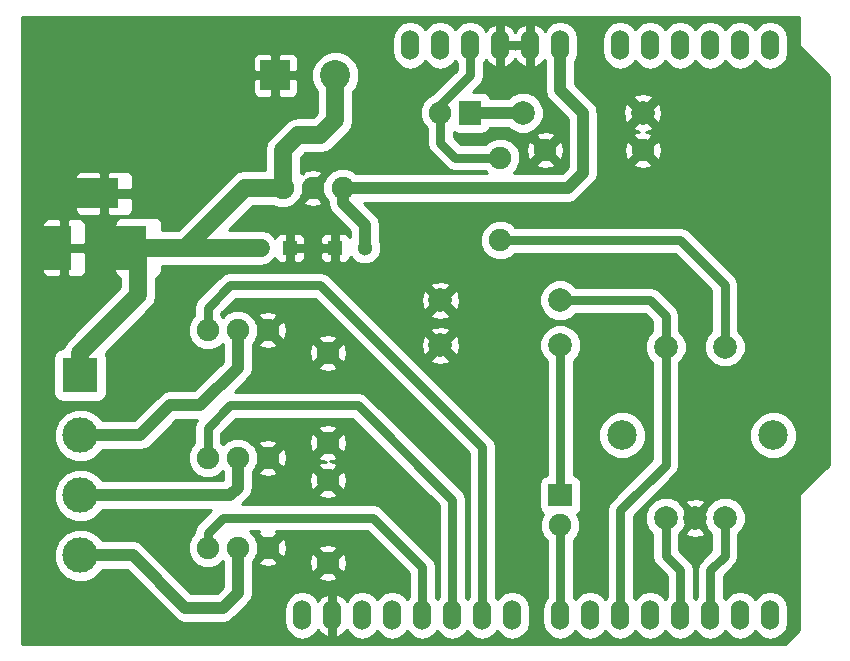
<source format=gbr>
G04 #@! TF.FileFunction,Copper,L1,Top,Signal*
%FSLAX46Y46*%
G04 Gerber Fmt 4.6, Leading zero omitted, Abs format (unit mm)*
G04 Created by KiCad (PCBNEW (2015-07-07 BZR 5906)-product) date Fri 21 Aug 2015 11:04:44 CEST*
%MOMM*%
G01*
G04 APERTURE LIST*
%ADD10C,0.100000*%
%ADD11R,2.500000X3.700000*%
%ADD12R,3.700000X2.500000*%
%ADD13C,1.000000*%
%ADD14O,1.524000X2.540000*%
%ADD15C,3.000000*%
%ADD16R,3.000000X3.000000*%
%ADD17C,2.000000*%
%ADD18C,2.500000*%
%ADD19C,1.900000*%
%ADD20R,1.300000X1.300000*%
%ADD21C,1.300000*%
%ADD22C,1.998980*%
%ADD23R,2.540000X2.540000*%
%ADD24C,2.540000*%
%ADD25R,1.900000X2.000000*%
%ADD26R,2.000000X1.900000*%
%ADD27C,1.524000*%
%ADD28C,1.016000*%
%ADD29C,0.762000*%
%ADD30C,0.254000*%
G04 APERTURE END LIST*
D10*
D11*
X75445000Y-123825000D03*
D12*
X78845000Y-119225000D03*
D11*
X81745000Y-123825000D03*
D13*
X75438000Y-123825000D03*
X75438000Y-124079000D03*
X75438000Y-124333000D03*
X75438000Y-124587000D03*
X75438000Y-124841000D03*
X75438000Y-123571000D03*
X75438000Y-123063000D03*
X75438000Y-122809000D03*
D14*
X135890000Y-106680000D03*
X133350000Y-106680000D03*
X130810000Y-106680000D03*
X123190000Y-106680000D03*
X125730000Y-106680000D03*
X128270000Y-106680000D03*
X118110000Y-106680000D03*
X115570000Y-106680000D03*
X113030000Y-106680000D03*
X107950000Y-106680000D03*
X105410000Y-106680000D03*
X135890000Y-154940000D03*
X133350000Y-154940000D03*
X130810000Y-154940000D03*
X128270000Y-154940000D03*
X125730000Y-154940000D03*
X123190000Y-154940000D03*
X120650000Y-154940000D03*
X118110000Y-154940000D03*
X114046000Y-154940000D03*
X111506000Y-154940000D03*
X108966000Y-154940000D03*
X106426000Y-154940000D03*
X103886000Y-154940000D03*
X101346000Y-154940000D03*
X98806000Y-154940000D03*
X96266000Y-154940000D03*
X110490000Y-106680000D03*
D15*
X77470000Y-139700000D03*
X77470000Y-144780000D03*
D16*
X77470000Y-134620000D03*
D15*
X77470000Y-149860000D03*
D17*
X132040000Y-146700000D03*
X129540000Y-146700000D03*
X127040000Y-146700000D03*
X132040000Y-132200000D03*
X127040000Y-132200000D03*
D18*
X136140000Y-139700000D03*
X123340000Y-139700000D03*
D19*
X88265000Y-149225000D03*
X90805000Y-149225000D03*
X93345000Y-149225000D03*
X94615000Y-118745000D03*
X97155000Y-118745000D03*
X99695000Y-118745000D03*
D20*
X95250000Y-123825000D03*
D21*
X92750000Y-123825000D03*
D20*
X99060000Y-123825000D03*
D21*
X101560000Y-123825000D03*
D22*
X118110000Y-128270000D03*
X107950000Y-128270000D03*
D23*
X93980000Y-109220000D03*
D24*
X99060000Y-109220000D03*
D19*
X88265000Y-141605000D03*
X90805000Y-141605000D03*
X93345000Y-141605000D03*
X88265000Y-130810000D03*
X90805000Y-130810000D03*
X93345000Y-130810000D03*
X98425000Y-143510000D03*
X98425000Y-150495000D03*
X98425000Y-140335000D03*
X113030000Y-123190000D03*
X113030000Y-116205000D03*
X98425000Y-132715000D03*
D25*
X110490000Y-112395000D03*
D19*
X107950000Y-112395000D03*
D22*
X114935000Y-112395000D03*
X125095000Y-112395000D03*
D26*
X118110000Y-144780000D03*
D19*
X118110000Y-147320000D03*
D22*
X118110000Y-132080000D03*
X107950000Y-132080000D03*
D19*
X125095000Y-115570000D03*
X116840000Y-115570000D03*
D27*
X92750000Y-123825000D02*
X86360000Y-123825000D01*
X94615000Y-118745000D02*
X94615000Y-115570000D01*
X99060000Y-113030000D02*
X99060000Y-109220000D01*
X97790000Y-114300000D02*
X99060000Y-113030000D01*
X95885000Y-114300000D02*
X97790000Y-114300000D01*
X94615000Y-115570000D02*
X95885000Y-114300000D01*
X94615000Y-118745000D02*
X91440000Y-118745000D01*
X91440000Y-118745000D02*
X87630000Y-122555000D01*
X82380000Y-123825000D02*
X86360000Y-123825000D01*
X86360000Y-123825000D02*
X87630000Y-122555000D01*
X77470000Y-134620000D02*
X77470000Y-132715000D01*
X82380000Y-127805000D02*
X82380000Y-123825000D01*
X77470000Y-132715000D02*
X82380000Y-127805000D01*
D28*
X118110000Y-106680000D02*
X118110000Y-110490000D01*
X118745000Y-118745000D02*
X99695000Y-118745000D01*
X120015000Y-117475000D02*
X118745000Y-118745000D01*
X120015000Y-112395000D02*
X120015000Y-117475000D01*
X118110000Y-110490000D02*
X120015000Y-112395000D01*
X99695000Y-118745000D02*
X99695000Y-120015000D01*
X101560000Y-121880000D02*
X101560000Y-123825000D01*
X99695000Y-120015000D02*
X101560000Y-121880000D01*
D29*
X128270000Y-154940000D02*
X128270000Y-151130000D01*
X127040000Y-149900000D02*
X127040000Y-146700000D01*
X128270000Y-151130000D02*
X127040000Y-149900000D01*
X130810000Y-154940000D02*
X130810000Y-151130000D01*
X132040000Y-149900000D02*
X132040000Y-146700000D01*
X130810000Y-151130000D02*
X132040000Y-149900000D01*
X113030000Y-123190000D02*
X128270000Y-123190000D01*
X132040000Y-126960000D02*
X132040000Y-132200000D01*
X128270000Y-123190000D02*
X132040000Y-126960000D01*
X107950000Y-112395000D02*
X107950000Y-114935000D01*
X109220000Y-116205000D02*
X113030000Y-116205000D01*
X107950000Y-114935000D02*
X109220000Y-116205000D01*
X107950000Y-113030000D02*
X107950000Y-111760000D01*
X110490000Y-109220000D02*
X110490000Y-106680000D01*
X107950000Y-111760000D02*
X110490000Y-109220000D01*
D28*
X90805000Y-149225000D02*
X90805000Y-153035000D01*
X81915000Y-149860000D02*
X77470000Y-149860000D01*
X86360000Y-154305000D02*
X81915000Y-149860000D01*
X89535000Y-154305000D02*
X86360000Y-154305000D01*
X90805000Y-153035000D02*
X89535000Y-154305000D01*
X90805000Y-141605000D02*
X90805000Y-144145000D01*
X90170000Y-144780000D02*
X77470000Y-144780000D01*
X90805000Y-144145000D02*
X90170000Y-144780000D01*
X90805000Y-130810000D02*
X90805000Y-133985000D01*
X82550000Y-139700000D02*
X77470000Y-139700000D01*
X85090000Y-137160000D02*
X82550000Y-139700000D01*
X87630000Y-137160000D02*
X85090000Y-137160000D01*
X90805000Y-133985000D02*
X87630000Y-137160000D01*
D29*
X118110000Y-128270000D02*
X125730000Y-128270000D01*
X127040000Y-129580000D02*
X127040000Y-132200000D01*
X125730000Y-128270000D02*
X127040000Y-129580000D01*
X123190000Y-154940000D02*
X123190000Y-146050000D01*
X127040000Y-142200000D02*
X127040000Y-132200000D01*
X123190000Y-146050000D02*
X127040000Y-142200000D01*
X88265000Y-149225000D02*
X88265000Y-147955000D01*
X106426000Y-150876000D02*
X106426000Y-154940000D01*
X102235000Y-146685000D02*
X106426000Y-150876000D01*
X89535000Y-146685000D02*
X102235000Y-146685000D01*
X88265000Y-147955000D02*
X89535000Y-146685000D01*
X88265000Y-130810000D02*
X88265000Y-128905000D01*
X111506000Y-140716000D02*
X111506000Y-154940000D01*
X97790000Y-127000000D02*
X111506000Y-140716000D01*
X90170000Y-127000000D02*
X97790000Y-127000000D01*
X88265000Y-128905000D02*
X90170000Y-127000000D01*
X88265000Y-141605000D02*
X88265000Y-139065000D01*
X108966000Y-145161000D02*
X108966000Y-154940000D01*
X100965000Y-137160000D02*
X108966000Y-145161000D01*
X90170000Y-137160000D02*
X100965000Y-137160000D01*
X88265000Y-139065000D02*
X90170000Y-137160000D01*
D28*
X110490000Y-112395000D02*
X114935000Y-112395000D01*
D29*
X118110000Y-132080000D02*
X118110000Y-133985000D01*
X118110000Y-133985000D02*
X118110000Y-144780000D01*
X118110000Y-147320000D02*
X118110000Y-154940000D01*
D30*
G36*
X138303000Y-106679994D02*
X138302999Y-106680000D01*
X138312667Y-106728601D01*
X138340197Y-106769803D01*
X140843000Y-109272605D01*
X140843000Y-142187394D01*
X138340197Y-144690197D01*
X138312667Y-144731399D01*
X138302999Y-144780000D01*
X138303000Y-144780005D01*
X138303000Y-156157394D01*
X137107394Y-157353000D01*
X72517000Y-157353000D01*
X72517000Y-140147966D01*
X75207608Y-140147966D01*
X75551252Y-140979646D01*
X76187007Y-141616512D01*
X77018086Y-141961606D01*
X77917966Y-141962392D01*
X78749646Y-141618748D01*
X79386512Y-140982993D01*
X79391907Y-140970000D01*
X82549995Y-140970000D01*
X82550000Y-140970001D01*
X83036008Y-140873327D01*
X83448026Y-140598026D01*
X85616051Y-138430000D01*
X87341033Y-138430000D01*
X87209006Y-138627593D01*
X87122000Y-139065000D01*
X87122000Y-140326984D01*
X86814483Y-140633964D01*
X86553298Y-141262968D01*
X86552704Y-141944044D01*
X86812791Y-142573503D01*
X87293964Y-143055517D01*
X87922968Y-143316702D01*
X88604044Y-143317296D01*
X89233503Y-143057209D01*
X89535000Y-142756238D01*
X89535000Y-143510000D01*
X79392734Y-143510000D01*
X79388748Y-143500354D01*
X78752993Y-142863488D01*
X77921914Y-142518394D01*
X77022034Y-142517608D01*
X76190354Y-142861252D01*
X75553488Y-143497007D01*
X75208394Y-144328086D01*
X75207608Y-145227966D01*
X75551252Y-146059646D01*
X76187007Y-146696512D01*
X77018086Y-147041606D01*
X77917966Y-147042392D01*
X78749646Y-146698748D01*
X79386512Y-146062993D01*
X79391907Y-146050000D01*
X88553554Y-146050000D01*
X87456777Y-147146777D01*
X87209006Y-147517593D01*
X87123990Y-147944997D01*
X86814483Y-148253964D01*
X86553298Y-148882968D01*
X86552704Y-149564044D01*
X86812791Y-150193503D01*
X87293964Y-150675517D01*
X87922968Y-150936702D01*
X88604044Y-150937296D01*
X89233503Y-150677209D01*
X89535000Y-150376238D01*
X89535000Y-152508949D01*
X89008948Y-153035000D01*
X86886051Y-153035000D01*
X82813026Y-148961974D01*
X82401008Y-148686673D01*
X81915000Y-148589999D01*
X81914995Y-148590000D01*
X79392734Y-148590000D01*
X79388748Y-148580354D01*
X78752993Y-147943488D01*
X77921914Y-147598394D01*
X77022034Y-147597608D01*
X76190354Y-147941252D01*
X75553488Y-148577007D01*
X75208394Y-149408086D01*
X75207608Y-150307966D01*
X75551252Y-151139646D01*
X76187007Y-151776512D01*
X77018086Y-152121606D01*
X77917966Y-152122392D01*
X78749646Y-151778748D01*
X79386512Y-151142993D01*
X79391907Y-151130000D01*
X81388948Y-151130000D01*
X85461972Y-155203023D01*
X85461974Y-155203026D01*
X85813626Y-155437992D01*
X85873992Y-155478327D01*
X86360000Y-155575000D01*
X89534995Y-155575000D01*
X89535000Y-155575001D01*
X90021008Y-155478327D01*
X90433026Y-155203026D01*
X91243860Y-154392191D01*
X94742000Y-154392191D01*
X94742000Y-155487809D01*
X94858008Y-156071019D01*
X95188369Y-156565440D01*
X95682790Y-156895801D01*
X96266000Y-157011809D01*
X96849210Y-156895801D01*
X97343631Y-156565440D01*
X97599617Y-156182329D01*
X97781369Y-156458478D01*
X98322036Y-156758492D01*
X98533000Y-156655781D01*
X98533000Y-155213000D01*
X98513000Y-155213000D01*
X98513000Y-154667000D01*
X98533000Y-154667000D01*
X98533000Y-153224219D01*
X98322036Y-153121508D01*
X97781369Y-153421522D01*
X97599617Y-153697671D01*
X97343631Y-153314560D01*
X96849210Y-152984199D01*
X96266000Y-152868191D01*
X95682790Y-152984199D01*
X95188369Y-153314560D01*
X94858008Y-153808981D01*
X94742000Y-154392191D01*
X91243860Y-154392191D01*
X91703023Y-153933028D01*
X91703026Y-153933026D01*
X91978327Y-153521008D01*
X92075000Y-153035000D01*
X92075000Y-151700266D01*
X97605815Y-151700266D01*
X97709622Y-151944089D01*
X98318619Y-152107546D01*
X98943811Y-152025509D01*
X99140378Y-151944089D01*
X99244185Y-151700266D01*
X98425000Y-150881080D01*
X97605815Y-151700266D01*
X92075000Y-151700266D01*
X92075000Y-150430266D01*
X92525815Y-150430266D01*
X92629622Y-150674089D01*
X93238619Y-150837546D01*
X93863811Y-150755509D01*
X94060378Y-150674089D01*
X94164185Y-150430266D01*
X94122539Y-150388619D01*
X96812454Y-150388619D01*
X96894491Y-151013811D01*
X96975911Y-151210378D01*
X97219734Y-151314185D01*
X98038920Y-150495000D01*
X98811080Y-150495000D01*
X99630266Y-151314185D01*
X99874089Y-151210378D01*
X100037546Y-150601381D01*
X99955509Y-149976189D01*
X99874089Y-149779622D01*
X99630266Y-149675815D01*
X98811080Y-150495000D01*
X98038920Y-150495000D01*
X98038920Y-150495000D01*
X97219734Y-149675815D01*
X96975911Y-149779622D01*
X96812454Y-150388619D01*
X94122539Y-150388619D01*
X93345000Y-149611080D01*
X92525815Y-150430266D01*
X92075000Y-150430266D01*
X92075000Y-150376238D01*
X92255517Y-150196036D01*
X92445561Y-149738358D01*
X92958920Y-149225000D01*
X93731080Y-149225000D01*
X94550266Y-150044185D01*
X94794089Y-149940378D01*
X94957546Y-149331381D01*
X94952082Y-149289734D01*
X97605815Y-149289734D01*
X98425000Y-150108920D01*
X99244185Y-149289734D01*
X99140378Y-149045911D01*
X98531381Y-148882454D01*
X97906189Y-148964491D01*
X97709622Y-149045911D01*
X97605815Y-149289734D01*
X94952082Y-149289734D01*
X94875509Y-148706189D01*
X94794089Y-148509622D01*
X94550266Y-148405815D01*
X93731080Y-149225000D01*
X92958920Y-149225000D01*
X92958920Y-149225000D01*
X92445066Y-148711147D01*
X92257209Y-148256497D01*
X91829460Y-147828000D01*
X92607445Y-147828000D01*
X92525815Y-148019734D01*
X93345000Y-148838920D01*
X94164185Y-148019734D01*
X94082555Y-147828000D01*
X101761554Y-147828000D01*
X105283000Y-151349446D01*
X105283000Y-153412392D01*
X105156000Y-153602461D01*
X104963631Y-153314560D01*
X104469210Y-152984199D01*
X103886000Y-152868191D01*
X103302790Y-152984199D01*
X102808369Y-153314560D01*
X102616000Y-153602461D01*
X102423631Y-153314560D01*
X101929210Y-152984199D01*
X101346000Y-152868191D01*
X100762790Y-152984199D01*
X100268369Y-153314560D01*
X100012383Y-153697671D01*
X99830631Y-153421522D01*
X99289964Y-153121508D01*
X99079000Y-153224219D01*
X99079000Y-154667000D01*
X99099000Y-154667000D01*
X99099000Y-155213000D01*
X99079000Y-155213000D01*
X99079000Y-156655781D01*
X99289964Y-156758492D01*
X99830631Y-156458478D01*
X100012383Y-156182329D01*
X100268369Y-156565440D01*
X100762790Y-156895801D01*
X101346000Y-157011809D01*
X101929210Y-156895801D01*
X102423631Y-156565440D01*
X102616000Y-156277539D01*
X102808369Y-156565440D01*
X103302790Y-156895801D01*
X103886000Y-157011809D01*
X104469210Y-156895801D01*
X104963631Y-156565440D01*
X105156000Y-156277539D01*
X105348369Y-156565440D01*
X105842790Y-156895801D01*
X106426000Y-157011809D01*
X107009210Y-156895801D01*
X107503631Y-156565440D01*
X107696000Y-156277539D01*
X107888369Y-156565440D01*
X108382790Y-156895801D01*
X108966000Y-157011809D01*
X109549210Y-156895801D01*
X110043631Y-156565440D01*
X110236000Y-156277539D01*
X110428369Y-156565440D01*
X110922790Y-156895801D01*
X111506000Y-157011809D01*
X112089210Y-156895801D01*
X112583631Y-156565440D01*
X112776000Y-156277539D01*
X112968369Y-156565440D01*
X113462790Y-156895801D01*
X114046000Y-157011809D01*
X114629210Y-156895801D01*
X115123631Y-156565440D01*
X115453992Y-156071019D01*
X115570000Y-155487809D01*
X115570000Y-154392191D01*
X115453992Y-153808981D01*
X115123631Y-153314560D01*
X114629210Y-152984199D01*
X114046000Y-152868191D01*
X113462790Y-152984199D01*
X112968369Y-153314560D01*
X112776000Y-153602461D01*
X112649000Y-153412392D01*
X112649000Y-143830000D01*
X116333072Y-143830000D01*
X116333072Y-145730000D01*
X116389445Y-146020548D01*
X116557192Y-146275913D01*
X116661876Y-146346575D01*
X116659483Y-146348964D01*
X116398298Y-146977968D01*
X116397704Y-147659044D01*
X116657791Y-148288503D01*
X116967000Y-148598252D01*
X116967000Y-153412392D01*
X116702008Y-153808981D01*
X116586000Y-154392191D01*
X116586000Y-155487809D01*
X116702008Y-156071019D01*
X117032369Y-156565440D01*
X117526790Y-156895801D01*
X118110000Y-157011809D01*
X118693210Y-156895801D01*
X119187631Y-156565440D01*
X119380000Y-156277539D01*
X119572369Y-156565440D01*
X120066790Y-156895801D01*
X120650000Y-157011809D01*
X121233210Y-156895801D01*
X121727631Y-156565440D01*
X121920000Y-156277539D01*
X122112369Y-156565440D01*
X122606790Y-156895801D01*
X123190000Y-157011809D01*
X123773210Y-156895801D01*
X124267631Y-156565440D01*
X124460000Y-156277539D01*
X124652369Y-156565440D01*
X125146790Y-156895801D01*
X125730000Y-157011809D01*
X126313210Y-156895801D01*
X126807631Y-156565440D01*
X127000000Y-156277539D01*
X127192369Y-156565440D01*
X127686790Y-156895801D01*
X128270000Y-157011809D01*
X128853210Y-156895801D01*
X129347631Y-156565440D01*
X129540000Y-156277539D01*
X129732369Y-156565440D01*
X130226790Y-156895801D01*
X130810000Y-157011809D01*
X131393210Y-156895801D01*
X131887631Y-156565440D01*
X132080000Y-156277539D01*
X132272369Y-156565440D01*
X132766790Y-156895801D01*
X133350000Y-157011809D01*
X133933210Y-156895801D01*
X134427631Y-156565440D01*
X134620000Y-156277539D01*
X134812369Y-156565440D01*
X135306790Y-156895801D01*
X135890000Y-157011809D01*
X136473210Y-156895801D01*
X136967631Y-156565440D01*
X137297992Y-156071019D01*
X137414000Y-155487809D01*
X137414000Y-154392191D01*
X137297992Y-153808981D01*
X136967631Y-153314560D01*
X136473210Y-152984199D01*
X135890000Y-152868191D01*
X135306790Y-152984199D01*
X134812369Y-153314560D01*
X134620000Y-153602461D01*
X134427631Y-153314560D01*
X133933210Y-152984199D01*
X133350000Y-152868191D01*
X132766790Y-152984199D01*
X132272369Y-153314560D01*
X132080000Y-153602461D01*
X131953000Y-153412392D01*
X131953000Y-151603446D01*
X132848223Y-150708223D01*
X133095994Y-150337407D01*
X133183000Y-149900000D01*
X133183000Y-148048666D01*
X133532880Y-147699396D01*
X133801694Y-147052021D01*
X133802306Y-146351054D01*
X133534622Y-145703211D01*
X133039396Y-145207120D01*
X132392021Y-144938306D01*
X131691054Y-144937694D01*
X131043211Y-145205378D01*
X130547120Y-145700604D01*
X130278452Y-146347628D01*
X129926080Y-146700000D01*
X130279573Y-147053493D01*
X130545378Y-147696789D01*
X130897000Y-148049025D01*
X130897000Y-149426554D01*
X130001777Y-150321777D01*
X129754006Y-150692593D01*
X129667000Y-151130000D01*
X129667000Y-153412392D01*
X129540000Y-153602461D01*
X129413000Y-153412392D01*
X129413000Y-151130000D01*
X129325994Y-150692593D01*
X129078223Y-150321777D01*
X128183000Y-149426554D01*
X128183000Y-148048666D01*
X128289911Y-147941941D01*
X128684139Y-147941941D01*
X128794233Y-148190915D01*
X129421550Y-148362818D01*
X130066899Y-148281573D01*
X130285767Y-148190915D01*
X130395861Y-147941941D01*
X129540000Y-147086080D01*
X128684139Y-147941941D01*
X128289911Y-147941941D01*
X128532880Y-147699396D01*
X128801548Y-147052372D01*
X129153920Y-146700000D01*
X128800427Y-146346507D01*
X128534622Y-145703211D01*
X128289898Y-145458059D01*
X128684139Y-145458059D01*
X129540000Y-146313920D01*
X130395861Y-145458059D01*
X130285767Y-145209085D01*
X129658450Y-145037182D01*
X129013101Y-145118427D01*
X128794233Y-145209085D01*
X128684139Y-145458059D01*
X128289898Y-145458059D01*
X128039396Y-145207120D01*
X127392021Y-144938306D01*
X126691054Y-144937694D01*
X126043211Y-145205378D01*
X125547120Y-145700604D01*
X125278306Y-146347979D01*
X125277694Y-147048946D01*
X125545378Y-147696789D01*
X125897000Y-148049025D01*
X125897000Y-149900000D01*
X125984006Y-150337407D01*
X126231777Y-150708223D01*
X127127000Y-151603446D01*
X127127000Y-153412392D01*
X127000000Y-153602461D01*
X126807631Y-153314560D01*
X126313210Y-152984199D01*
X125730000Y-152868191D01*
X125146790Y-152984199D01*
X124652369Y-153314560D01*
X124460000Y-153602461D01*
X124333000Y-153412392D01*
X124333000Y-146523446D01*
X127848223Y-143008223D01*
X128095994Y-142637407D01*
X128183000Y-142200000D01*
X128183000Y-140098456D01*
X134127652Y-140098456D01*
X134433315Y-140838217D01*
X134998806Y-141404696D01*
X135738033Y-141711650D01*
X136538456Y-141712348D01*
X137278217Y-141406685D01*
X137844696Y-140841194D01*
X138151650Y-140101967D01*
X138152348Y-139301544D01*
X137846685Y-138561783D01*
X137281194Y-137995304D01*
X136541967Y-137688350D01*
X135741544Y-137687652D01*
X135001783Y-137993315D01*
X134435304Y-138558806D01*
X134128350Y-139298033D01*
X134127652Y-140098456D01*
X128183000Y-140098456D01*
X128183000Y-133548666D01*
X128532880Y-133199396D01*
X128801694Y-132552021D01*
X128802306Y-131851054D01*
X128534622Y-131203211D01*
X128183000Y-130850975D01*
X128183000Y-129580000D01*
X128095994Y-129142593D01*
X127848223Y-128771777D01*
X126538223Y-127461777D01*
X126167407Y-127214006D01*
X125730000Y-127127000D01*
X119457946Y-127127000D01*
X119109107Y-126777552D01*
X118461919Y-126508816D01*
X117761155Y-126508205D01*
X117113499Y-126775810D01*
X116617552Y-127270893D01*
X116348816Y-127918081D01*
X116348205Y-128618845D01*
X116615810Y-129266501D01*
X117110893Y-129762448D01*
X117758081Y-130031184D01*
X118458845Y-130031795D01*
X119106501Y-129764190D01*
X119458304Y-129413000D01*
X125256554Y-129413000D01*
X125897000Y-130053446D01*
X125897000Y-130851334D01*
X125547120Y-131200604D01*
X125278306Y-131847979D01*
X125277694Y-132548946D01*
X125545378Y-133196789D01*
X125897000Y-133549025D01*
X125897000Y-141726554D01*
X122381777Y-145241777D01*
X122134006Y-145612593D01*
X122047000Y-146050000D01*
X122047000Y-153412392D01*
X121920000Y-153602461D01*
X121727631Y-153314560D01*
X121233210Y-152984199D01*
X120650000Y-152868191D01*
X120066790Y-152984199D01*
X119572369Y-153314560D01*
X119380000Y-153602461D01*
X119253000Y-153412392D01*
X119253000Y-148598016D01*
X119560517Y-148291036D01*
X119821702Y-147662032D01*
X119822296Y-146980956D01*
X119562209Y-146351497D01*
X119557907Y-146347187D01*
X119655913Y-146282808D01*
X119826852Y-146029568D01*
X119886928Y-145730000D01*
X119886928Y-143830000D01*
X119830555Y-143539452D01*
X119662808Y-143284087D01*
X119409568Y-143113148D01*
X119253000Y-143081750D01*
X119253000Y-140098456D01*
X121327652Y-140098456D01*
X121633315Y-140838217D01*
X122198806Y-141404696D01*
X122938033Y-141711650D01*
X123738456Y-141712348D01*
X124478217Y-141406685D01*
X125044696Y-140841194D01*
X125351650Y-140101967D01*
X125352348Y-139301544D01*
X125046685Y-138561783D01*
X124481194Y-137995304D01*
X123741967Y-137688350D01*
X122941544Y-137687652D01*
X122201783Y-137993315D01*
X121635304Y-138558806D01*
X121328350Y-139298033D01*
X121327652Y-140098456D01*
X119253000Y-140098456D01*
X119253000Y-133427946D01*
X119602448Y-133079107D01*
X119871184Y-132431919D01*
X119871795Y-131731155D01*
X119604190Y-131083499D01*
X119109107Y-130587552D01*
X118461919Y-130318816D01*
X117761155Y-130318205D01*
X117113499Y-130585810D01*
X116617552Y-131080893D01*
X116348816Y-131728081D01*
X116348205Y-132428845D01*
X116615810Y-133076501D01*
X116967000Y-133428304D01*
X116967000Y-143080817D01*
X116819452Y-143109445D01*
X116564087Y-143277192D01*
X116393148Y-143530432D01*
X116333072Y-143830000D01*
X112649000Y-143830000D01*
X112649000Y-140716000D01*
X112561994Y-140278593D01*
X112314223Y-139907777D01*
X105728013Y-133321567D01*
X107094513Y-133321567D01*
X107204543Y-133570488D01*
X107831673Y-133742306D01*
X108476817Y-133661051D01*
X108695457Y-133570488D01*
X108805487Y-133321567D01*
X107950000Y-132466080D01*
X107094513Y-133321567D01*
X105728013Y-133321567D01*
X104368119Y-131961673D01*
X106287694Y-131961673D01*
X106368949Y-132606817D01*
X106459512Y-132825457D01*
X106708433Y-132935487D01*
X107563920Y-132080000D01*
X108336080Y-132080000D01*
X109191567Y-132935487D01*
X109440488Y-132825457D01*
X109612306Y-132198327D01*
X109531051Y-131553183D01*
X109440488Y-131334543D01*
X109191567Y-131224513D01*
X108336080Y-132080000D01*
X107563920Y-132080000D01*
X107563920Y-132080000D01*
X106708433Y-131224513D01*
X106459512Y-131334543D01*
X106287694Y-131961673D01*
X104368119Y-131961673D01*
X103244879Y-130838433D01*
X107094513Y-130838433D01*
X107950000Y-131693920D01*
X108805487Y-130838433D01*
X108695457Y-130589512D01*
X108068327Y-130417694D01*
X107423183Y-130498949D01*
X107204543Y-130589512D01*
X107094513Y-130838433D01*
X103244879Y-130838433D01*
X101918013Y-129511567D01*
X107094513Y-129511567D01*
X107204543Y-129760488D01*
X107831673Y-129932306D01*
X108476817Y-129851051D01*
X108695457Y-129760488D01*
X108805487Y-129511567D01*
X107950000Y-128656080D01*
X107094513Y-129511567D01*
X101918013Y-129511567D01*
X100558119Y-128151673D01*
X106287694Y-128151673D01*
X106368949Y-128796817D01*
X106459512Y-129015457D01*
X106708433Y-129125487D01*
X107563920Y-128270000D01*
X108336080Y-128270000D01*
X109191567Y-129125487D01*
X109440488Y-129015457D01*
X109612306Y-128388327D01*
X109531051Y-127743183D01*
X109440488Y-127524543D01*
X109191567Y-127414513D01*
X108336080Y-128270000D01*
X107563920Y-128270000D01*
X107563920Y-128270000D01*
X106708433Y-127414513D01*
X106459512Y-127524543D01*
X106287694Y-128151673D01*
X100558119Y-128151673D01*
X99434879Y-127028433D01*
X107094513Y-127028433D01*
X107950000Y-127883920D01*
X108805487Y-127028433D01*
X108695457Y-126779512D01*
X108068327Y-126607694D01*
X107423183Y-126688949D01*
X107204543Y-126779512D01*
X107094513Y-127028433D01*
X99434879Y-127028433D01*
X98598223Y-126191777D01*
X98227407Y-125944006D01*
X97790000Y-125857000D01*
X90170000Y-125857000D01*
X89732593Y-125944006D01*
X89361777Y-126191777D01*
X87456777Y-128096777D01*
X87209006Y-128467593D01*
X87122000Y-128905000D01*
X87122000Y-129531984D01*
X86814483Y-129838964D01*
X86553298Y-130467968D01*
X86552704Y-131149044D01*
X86812791Y-131778503D01*
X87293964Y-132260517D01*
X87922968Y-132521702D01*
X88604044Y-132522296D01*
X89233503Y-132262209D01*
X89535000Y-131961238D01*
X89535000Y-133458948D01*
X87103948Y-135890000D01*
X85090000Y-135890000D01*
X84603992Y-135986673D01*
X84191974Y-136261974D01*
X84191972Y-136261977D01*
X82023948Y-138430000D01*
X79392734Y-138430000D01*
X79388748Y-138420354D01*
X78752993Y-137783488D01*
X77921914Y-137438394D01*
X77022034Y-137437608D01*
X76190354Y-137781252D01*
X75553488Y-138417007D01*
X75208394Y-139248086D01*
X75207608Y-140147966D01*
X72517000Y-140147966D01*
X72517000Y-133120000D01*
X75193072Y-133120000D01*
X75193072Y-136120000D01*
X75249445Y-136410548D01*
X75417192Y-136665913D01*
X75670432Y-136836852D01*
X75970000Y-136896928D01*
X78970000Y-136896928D01*
X79260548Y-136840555D01*
X79515913Y-136672808D01*
X79686852Y-136419568D01*
X79746928Y-136120000D01*
X79746928Y-133120000D01*
X79690555Y-132829452D01*
X79619293Y-132720969D01*
X83457628Y-128882633D01*
X83457631Y-128882631D01*
X83787992Y-128388210D01*
X83787993Y-128388209D01*
X83904001Y-127805000D01*
X83904000Y-127804995D01*
X83904000Y-126398766D01*
X83920548Y-126395555D01*
X84175913Y-126227808D01*
X84346852Y-125974568D01*
X84406928Y-125675000D01*
X84406928Y-125349000D01*
X92750000Y-125349000D01*
X93333210Y-125232992D01*
X93827631Y-124902631D01*
X93989479Y-124660408D01*
X94061673Y-124834699D01*
X94240302Y-125013327D01*
X94473691Y-125110000D01*
X94818250Y-125110000D01*
X94977000Y-124951250D01*
X94977000Y-124098000D01*
X95523000Y-124098000D01*
X95523000Y-124951250D01*
X95681750Y-125110000D01*
X96026309Y-125110000D01*
X96259698Y-125013327D01*
X96438327Y-124834699D01*
X96535000Y-124601310D01*
X96535000Y-124256750D01*
X97775000Y-124256750D01*
X97775000Y-124601310D01*
X97871673Y-124834699D01*
X98050302Y-125013327D01*
X98283691Y-125110000D01*
X98628250Y-125110000D01*
X98787000Y-124951250D01*
X98787000Y-124098000D01*
X97933750Y-124098000D01*
X97775000Y-124256750D01*
X96535000Y-124256750D01*
X96535000Y-124256750D01*
X96376250Y-124098000D01*
X95523000Y-124098000D01*
X94977000Y-124098000D01*
X94977000Y-124098000D01*
X94957000Y-124098000D01*
X94957000Y-123552000D01*
X94977000Y-123552000D01*
X94977000Y-122698750D01*
X95523000Y-122698750D01*
X95523000Y-123552000D01*
X96376250Y-123552000D01*
X96535000Y-123393250D01*
X96535000Y-123048690D01*
X97775000Y-123048690D01*
X97775000Y-123393250D01*
X97933750Y-123552000D01*
X98787000Y-123552000D01*
X98787000Y-122698750D01*
X98628250Y-122540000D01*
X98283691Y-122540000D01*
X98050302Y-122636673D01*
X97871673Y-122815301D01*
X97775000Y-123048690D01*
X96535000Y-123048690D01*
X96535000Y-123048690D01*
X96438327Y-122815301D01*
X96259698Y-122636673D01*
X96026309Y-122540000D01*
X95681750Y-122540000D01*
X95523000Y-122698750D01*
X94977000Y-122698750D01*
X94977000Y-122698750D01*
X94818250Y-122540000D01*
X94473691Y-122540000D01*
X94240302Y-122636673D01*
X94061673Y-122815301D01*
X93989479Y-122989592D01*
X93827631Y-122747369D01*
X93333210Y-122417008D01*
X92750000Y-122301000D01*
X90039262Y-122301000D01*
X92071262Y-120269000D01*
X93820931Y-120269000D01*
X94272968Y-120456702D01*
X94954044Y-120457296D01*
X95583503Y-120197209D01*
X95830877Y-119950266D01*
X96335815Y-119950266D01*
X96439622Y-120194089D01*
X97048619Y-120357546D01*
X97673811Y-120275509D01*
X97870378Y-120194089D01*
X97974185Y-119950266D01*
X97155000Y-119131080D01*
X96335815Y-119950266D01*
X95830877Y-119950266D01*
X96065517Y-119716036D01*
X96255561Y-119258358D01*
X96768920Y-118745000D01*
X97541080Y-118745000D01*
X98054934Y-119258853D01*
X98242791Y-119713503D01*
X98425000Y-119896030D01*
X98425000Y-120014995D01*
X98424999Y-120015000D01*
X98521673Y-120501008D01*
X98796974Y-120913026D01*
X100290000Y-122406051D01*
X100290000Y-122915908D01*
X100248327Y-122815301D01*
X100069698Y-122636673D01*
X99836309Y-122540000D01*
X99491750Y-122540000D01*
X99333000Y-122698750D01*
X99333000Y-123552000D01*
X99353000Y-123552000D01*
X99353000Y-124098000D01*
X99333000Y-124098000D01*
X99333000Y-124951250D01*
X99491750Y-125110000D01*
X99836309Y-125110000D01*
X100069698Y-125013327D01*
X100248327Y-124834699D01*
X100345000Y-124601310D01*
X100345000Y-124582002D01*
X100362266Y-124623789D01*
X100759122Y-125021338D01*
X101277904Y-125236755D01*
X101839632Y-125237245D01*
X102358789Y-125022734D01*
X102756338Y-124625878D01*
X102971755Y-124107096D01*
X102972245Y-123545368D01*
X102965501Y-123529044D01*
X111317704Y-123529044D01*
X111577791Y-124158503D01*
X112058964Y-124640517D01*
X112687968Y-124901702D01*
X113369044Y-124902296D01*
X113998503Y-124642209D01*
X114308252Y-124333000D01*
X127796554Y-124333000D01*
X130897000Y-127433446D01*
X130897000Y-130851334D01*
X130547120Y-131200604D01*
X130278306Y-131847979D01*
X130277694Y-132548946D01*
X130545378Y-133196789D01*
X131040604Y-133692880D01*
X131687979Y-133961694D01*
X132388946Y-133962306D01*
X133036789Y-133694622D01*
X133532880Y-133199396D01*
X133801694Y-132552021D01*
X133802306Y-131851054D01*
X133534622Y-131203211D01*
X133183000Y-130850975D01*
X133183000Y-126960000D01*
X133095994Y-126522593D01*
X132848223Y-126151777D01*
X129078223Y-122381777D01*
X128707407Y-122134006D01*
X128270000Y-122047000D01*
X114308016Y-122047000D01*
X114001036Y-121739483D01*
X113372032Y-121478298D01*
X112690956Y-121477704D01*
X112061497Y-121737791D01*
X111579483Y-122218964D01*
X111318298Y-122847968D01*
X111317704Y-123529044D01*
X102965501Y-123529044D01*
X102830000Y-123201108D01*
X102830000Y-121880000D01*
X102733327Y-121393992D01*
X102458026Y-120981974D01*
X102458023Y-120981972D01*
X101491052Y-120015000D01*
X118744995Y-120015000D01*
X118745000Y-120015001D01*
X119231008Y-119918327D01*
X119643026Y-119643026D01*
X120913023Y-118373028D01*
X120913026Y-118373026D01*
X121188327Y-117961008D01*
X121285000Y-117475000D01*
X121285000Y-116775266D01*
X124275815Y-116775266D01*
X124379622Y-117019089D01*
X124988619Y-117182546D01*
X125613811Y-117100509D01*
X125810378Y-117019089D01*
X125914185Y-116775266D01*
X125095000Y-115956080D01*
X124275815Y-116775266D01*
X121285000Y-116775266D01*
X121285000Y-115463619D01*
X123482454Y-115463619D01*
X123564491Y-116088811D01*
X123645911Y-116285378D01*
X123889734Y-116389185D01*
X124708920Y-115570000D01*
X125481080Y-115570000D01*
X126300266Y-116389185D01*
X126544089Y-116285378D01*
X126707546Y-115676381D01*
X126625509Y-115051189D01*
X126544089Y-114854622D01*
X126300266Y-114750815D01*
X125481080Y-115570000D01*
X124708920Y-115570000D01*
X124708920Y-115570000D01*
X123889734Y-114750815D01*
X123645911Y-114854622D01*
X123482454Y-115463619D01*
X121285000Y-115463619D01*
X121285000Y-113636567D01*
X124239513Y-113636567D01*
X124349543Y-113885488D01*
X124803013Y-114009727D01*
X124576189Y-114039491D01*
X124379622Y-114120911D01*
X124275815Y-114364734D01*
X125095000Y-115183920D01*
X125914185Y-114364734D01*
X125810378Y-114120911D01*
X125382819Y-114006153D01*
X125621817Y-113976051D01*
X125840457Y-113885488D01*
X125950487Y-113636567D01*
X125095000Y-112781080D01*
X124239513Y-113636567D01*
X121285000Y-113636567D01*
X121285000Y-112395005D01*
X121285001Y-112395000D01*
X121261465Y-112276673D01*
X123432694Y-112276673D01*
X123513949Y-112921817D01*
X123604512Y-113140457D01*
X123853433Y-113250487D01*
X124708920Y-112395000D01*
X125481080Y-112395000D01*
X126336567Y-113250487D01*
X126585488Y-113140457D01*
X126757306Y-112513327D01*
X126676051Y-111868183D01*
X126585488Y-111649543D01*
X126336567Y-111539513D01*
X125481080Y-112395000D01*
X124708920Y-112395000D01*
X124708920Y-112395000D01*
X123853433Y-111539513D01*
X123604512Y-111649543D01*
X123432694Y-112276673D01*
X121261465Y-112276673D01*
X121188327Y-111908992D01*
X121014969Y-111649543D01*
X120913026Y-111496974D01*
X120913023Y-111496972D01*
X120569485Y-111153433D01*
X124239513Y-111153433D01*
X125095000Y-112008920D01*
X125950487Y-111153433D01*
X125840457Y-110904512D01*
X125213327Y-110732694D01*
X124568183Y-110813949D01*
X124349543Y-110904512D01*
X124239513Y-111153433D01*
X120569485Y-111153433D01*
X119380000Y-109963948D01*
X119380000Y-108017539D01*
X119517992Y-107811019D01*
X119634000Y-107227809D01*
X119634000Y-106132191D01*
X121666000Y-106132191D01*
X121666000Y-107227809D01*
X121782008Y-107811019D01*
X122112369Y-108305440D01*
X122606790Y-108635801D01*
X123190000Y-108751809D01*
X123773210Y-108635801D01*
X124267631Y-108305440D01*
X124460000Y-108017539D01*
X124652369Y-108305440D01*
X125146790Y-108635801D01*
X125730000Y-108751809D01*
X126313210Y-108635801D01*
X126807631Y-108305440D01*
X127000000Y-108017539D01*
X127192369Y-108305440D01*
X127686790Y-108635801D01*
X128270000Y-108751809D01*
X128853210Y-108635801D01*
X129347631Y-108305440D01*
X129540000Y-108017539D01*
X129732369Y-108305440D01*
X130226790Y-108635801D01*
X130810000Y-108751809D01*
X131393210Y-108635801D01*
X131887631Y-108305440D01*
X132080000Y-108017539D01*
X132272369Y-108305440D01*
X132766790Y-108635801D01*
X133350000Y-108751809D01*
X133933210Y-108635801D01*
X134427631Y-108305440D01*
X134620000Y-108017539D01*
X134812369Y-108305440D01*
X135306790Y-108635801D01*
X135890000Y-108751809D01*
X136473210Y-108635801D01*
X136967631Y-108305440D01*
X137297992Y-107811019D01*
X137414000Y-107227809D01*
X137414000Y-106132191D01*
X137297992Y-105548981D01*
X136967631Y-105054560D01*
X136473210Y-104724199D01*
X135890000Y-104608191D01*
X135306790Y-104724199D01*
X134812369Y-105054560D01*
X134620000Y-105342461D01*
X134427631Y-105054560D01*
X133933210Y-104724199D01*
X133350000Y-104608191D01*
X132766790Y-104724199D01*
X132272369Y-105054560D01*
X132080000Y-105342461D01*
X131887631Y-105054560D01*
X131393210Y-104724199D01*
X130810000Y-104608191D01*
X130226790Y-104724199D01*
X129732369Y-105054560D01*
X129540000Y-105342461D01*
X129347631Y-105054560D01*
X128853210Y-104724199D01*
X128270000Y-104608191D01*
X127686790Y-104724199D01*
X127192369Y-105054560D01*
X127000000Y-105342461D01*
X126807631Y-105054560D01*
X126313210Y-104724199D01*
X125730000Y-104608191D01*
X125146790Y-104724199D01*
X124652369Y-105054560D01*
X124460000Y-105342461D01*
X124267631Y-105054560D01*
X123773210Y-104724199D01*
X123190000Y-104608191D01*
X122606790Y-104724199D01*
X122112369Y-105054560D01*
X121782008Y-105548981D01*
X121666000Y-106132191D01*
X119634000Y-106132191D01*
X119634000Y-106132191D01*
X119517992Y-105548981D01*
X119187631Y-105054560D01*
X118693210Y-104724199D01*
X118110000Y-104608191D01*
X117526790Y-104724199D01*
X117032369Y-105054560D01*
X116776383Y-105437671D01*
X116594631Y-105161522D01*
X116053964Y-104861508D01*
X115843000Y-104964219D01*
X115843000Y-106407000D01*
X115863000Y-106407000D01*
X115863000Y-106953000D01*
X115843000Y-106953000D01*
X115843000Y-108395781D01*
X116053964Y-108498492D01*
X116594631Y-108198478D01*
X116776383Y-107922329D01*
X116840000Y-108017539D01*
X116840000Y-110489995D01*
X116839999Y-110490000D01*
X116936673Y-110976008D01*
X117211974Y-111388026D01*
X118745000Y-112921051D01*
X118745000Y-116948949D01*
X118218948Y-117475000D01*
X114181030Y-117475000D01*
X114480517Y-117176036D01*
X114646931Y-116775266D01*
X116020815Y-116775266D01*
X116124622Y-117019089D01*
X116733619Y-117182546D01*
X117358811Y-117100509D01*
X117555378Y-117019089D01*
X117659185Y-116775266D01*
X116840000Y-115956080D01*
X116020815Y-116775266D01*
X114646931Y-116775266D01*
X114741702Y-116547032D01*
X114742296Y-115865956D01*
X114576054Y-115463619D01*
X115227454Y-115463619D01*
X115309491Y-116088811D01*
X115390911Y-116285378D01*
X115634734Y-116389185D01*
X116453920Y-115570000D01*
X117226080Y-115570000D01*
X118045266Y-116389185D01*
X118289089Y-116285378D01*
X118452546Y-115676381D01*
X118370509Y-115051189D01*
X118289089Y-114854622D01*
X118045266Y-114750815D01*
X117226080Y-115570000D01*
X116453920Y-115570000D01*
X116453920Y-115570000D01*
X115634734Y-114750815D01*
X115390911Y-114854622D01*
X115227454Y-115463619D01*
X114576054Y-115463619D01*
X114482209Y-115236497D01*
X114001036Y-114754483D01*
X113372032Y-114493298D01*
X112690956Y-114492704D01*
X112061497Y-114752791D01*
X111751748Y-115062000D01*
X109693446Y-115062000D01*
X109093000Y-114461554D01*
X109093000Y-114364734D01*
X116020815Y-114364734D01*
X116840000Y-115183920D01*
X117659185Y-114364734D01*
X117555378Y-114120911D01*
X116946381Y-113957454D01*
X116321189Y-114039491D01*
X116124622Y-114120911D01*
X116020815Y-114364734D01*
X109093000Y-114364734D01*
X109093000Y-114012334D01*
X109240432Y-114111852D01*
X109540000Y-114171928D01*
X111440000Y-114171928D01*
X111730548Y-114115555D01*
X111985913Y-113947808D01*
X112156852Y-113694568D01*
X112162782Y-113665000D01*
X113713833Y-113665000D01*
X113935893Y-113887448D01*
X114583081Y-114156184D01*
X115283845Y-114156795D01*
X115931501Y-113889190D01*
X116427448Y-113394107D01*
X116696184Y-112746919D01*
X116696795Y-112046155D01*
X116429190Y-111398499D01*
X115934107Y-110902552D01*
X115286919Y-110633816D01*
X114586155Y-110633205D01*
X113938499Y-110900810D01*
X113713918Y-111125000D01*
X112164542Y-111125000D01*
X112160555Y-111104452D01*
X111992808Y-110849087D01*
X111739568Y-110678148D01*
X111440000Y-110618072D01*
X110708374Y-110618072D01*
X111298223Y-110028223D01*
X111545994Y-109657407D01*
X111633000Y-109220000D01*
X111633000Y-108207608D01*
X111823617Y-107922329D01*
X112005369Y-108198478D01*
X112546036Y-108498492D01*
X112757000Y-108395781D01*
X112757000Y-106953000D01*
X113303000Y-106953000D01*
X113303000Y-108395781D01*
X113513964Y-108498492D01*
X114054631Y-108198478D01*
X114300000Y-107825671D01*
X114545369Y-108198478D01*
X115086036Y-108498492D01*
X115297000Y-108395781D01*
X115297000Y-106953000D01*
X114308993Y-106953000D01*
X114300000Y-106964365D01*
X114291007Y-106953000D01*
X113303000Y-106953000D01*
X112757000Y-106953000D01*
X112757000Y-106953000D01*
X112737000Y-106953000D01*
X112737000Y-106407000D01*
X112757000Y-106407000D01*
X112757000Y-104964219D01*
X113303000Y-104964219D01*
X113303000Y-106407000D01*
X114291007Y-106407000D01*
X114300000Y-106395635D01*
X114308993Y-106407000D01*
X115297000Y-106407000D01*
X115297000Y-104964219D01*
X115086036Y-104861508D01*
X114545369Y-105161522D01*
X114300000Y-105534329D01*
X114054631Y-105161522D01*
X113513964Y-104861508D01*
X113303000Y-104964219D01*
X112757000Y-104964219D01*
X112757000Y-104964219D01*
X112546036Y-104861508D01*
X112005369Y-105161522D01*
X111823617Y-105437671D01*
X111567631Y-105054560D01*
X111073210Y-104724199D01*
X110490000Y-104608191D01*
X109906790Y-104724199D01*
X109412369Y-105054560D01*
X109220000Y-105342461D01*
X109027631Y-105054560D01*
X108533210Y-104724199D01*
X107950000Y-104608191D01*
X107366790Y-104724199D01*
X106872369Y-105054560D01*
X106680000Y-105342461D01*
X106487631Y-105054560D01*
X105993210Y-104724199D01*
X105410000Y-104608191D01*
X104826790Y-104724199D01*
X104332369Y-105054560D01*
X104002008Y-105548981D01*
X103886000Y-106132191D01*
X103886000Y-107227809D01*
X104002008Y-107811019D01*
X104332369Y-108305440D01*
X104826790Y-108635801D01*
X105410000Y-108751809D01*
X105993210Y-108635801D01*
X106487631Y-108305440D01*
X106680000Y-108017539D01*
X106872369Y-108305440D01*
X107366790Y-108635801D01*
X107950000Y-108751809D01*
X108533210Y-108635801D01*
X109027631Y-108305440D01*
X109220000Y-108017539D01*
X109347000Y-108207608D01*
X109347000Y-108746554D01*
X107269949Y-110823605D01*
X106981497Y-110942791D01*
X106499483Y-111423964D01*
X106238298Y-112052968D01*
X106237704Y-112734044D01*
X106497791Y-113363503D01*
X106807000Y-113673252D01*
X106807000Y-114935000D01*
X106894006Y-115372407D01*
X107141777Y-115743223D01*
X108411777Y-117013223D01*
X108782593Y-117260994D01*
X109220000Y-117348000D01*
X111751984Y-117348000D01*
X111878762Y-117475000D01*
X100846238Y-117475000D01*
X100666036Y-117294483D01*
X100037032Y-117033298D01*
X99355956Y-117032704D01*
X98726497Y-117292791D01*
X98244483Y-117773964D01*
X98054439Y-118231642D01*
X97541080Y-118745000D01*
X96768920Y-118745000D01*
X96768920Y-118745000D01*
X96754777Y-118730858D01*
X97140858Y-118344777D01*
X97155000Y-118358920D01*
X97974185Y-117539734D01*
X97870378Y-117295911D01*
X97261381Y-117132454D01*
X96636189Y-117214491D01*
X96439622Y-117295911D01*
X96335816Y-117539732D01*
X96207080Y-117410996D01*
X96139000Y-117479076D01*
X96139000Y-116201262D01*
X96516262Y-115824000D01*
X97790000Y-115824000D01*
X98373210Y-115707992D01*
X98867631Y-115377631D01*
X100137631Y-114107631D01*
X100311639Y-113847209D01*
X100467992Y-113613210D01*
X100584000Y-113030000D01*
X100584000Y-110569835D01*
X100781641Y-110372538D01*
X101091646Y-109625963D01*
X101092352Y-108817584D01*
X100783650Y-108070468D01*
X100212538Y-107498359D01*
X99465963Y-107188354D01*
X98657584Y-107187648D01*
X97910468Y-107496350D01*
X97338359Y-108067462D01*
X97028354Y-108814037D01*
X97027648Y-109622416D01*
X97336350Y-110369532D01*
X97536000Y-110569531D01*
X97536000Y-112398738D01*
X97158738Y-112776000D01*
X95885000Y-112776000D01*
X95301790Y-112892008D01*
X94929959Y-113140457D01*
X94807369Y-113222369D01*
X93537369Y-114492369D01*
X93207008Y-114986790D01*
X93091000Y-115570000D01*
X93091000Y-117221000D01*
X91440005Y-117221000D01*
X91440000Y-117220999D01*
X90856791Y-117337007D01*
X90362369Y-117667369D01*
X85728738Y-122301000D01*
X84406928Y-122301000D01*
X84406928Y-121975000D01*
X84350555Y-121684452D01*
X84182808Y-121429087D01*
X83929568Y-121258148D01*
X83630000Y-121198072D01*
X81130000Y-121198072D01*
X80839452Y-121254445D01*
X80584087Y-121422192D01*
X80413148Y-121675432D01*
X80353072Y-121975000D01*
X80353072Y-125675000D01*
X80409445Y-125965548D01*
X80577192Y-126220913D01*
X80830432Y-126391852D01*
X80856000Y-126396979D01*
X80856000Y-127173739D01*
X76392369Y-131637369D01*
X76062008Y-132131790D01*
X76019981Y-132343072D01*
X75970000Y-132343072D01*
X75679452Y-132399445D01*
X75424087Y-132567192D01*
X75253148Y-132820432D01*
X75193072Y-133120000D01*
X72517000Y-133120000D01*
X72517000Y-124256750D01*
X74195000Y-124256750D01*
X74195000Y-125801310D01*
X74291673Y-126034699D01*
X74470302Y-126213327D01*
X74703691Y-126310000D01*
X75648250Y-126310000D01*
X75807000Y-126151250D01*
X75807000Y-124098000D01*
X76353000Y-124098000D01*
X76353000Y-126151250D01*
X76511750Y-126310000D01*
X77456309Y-126310000D01*
X77689698Y-126213327D01*
X77868327Y-126034699D01*
X77965000Y-125801310D01*
X77965000Y-124256750D01*
X77806250Y-124098000D01*
X76353000Y-124098000D01*
X75807000Y-124098000D01*
X75807000Y-124098000D01*
X74353750Y-124098000D01*
X74195000Y-124256750D01*
X72517000Y-124256750D01*
X72517000Y-121848690D01*
X74195000Y-121848690D01*
X74195000Y-123393250D01*
X74353750Y-123552000D01*
X75807000Y-123552000D01*
X75807000Y-121498750D01*
X76353000Y-121498750D01*
X76353000Y-123552000D01*
X77806250Y-123552000D01*
X77965000Y-123393250D01*
X77965000Y-121848690D01*
X77868327Y-121615301D01*
X77689698Y-121436673D01*
X77456309Y-121340000D01*
X76511750Y-121340000D01*
X76353000Y-121498750D01*
X75807000Y-121498750D01*
X75807000Y-121498750D01*
X75648250Y-121340000D01*
X74703691Y-121340000D01*
X74470302Y-121436673D01*
X74291673Y-121615301D01*
X74195000Y-121848690D01*
X72517000Y-121848690D01*
X72517000Y-119656750D01*
X76995000Y-119656750D01*
X76995000Y-120601310D01*
X77091673Y-120834699D01*
X77270302Y-121013327D01*
X77503691Y-121110000D01*
X79048250Y-121110000D01*
X79207000Y-120951250D01*
X79207000Y-119498000D01*
X79753000Y-119498000D01*
X79753000Y-120951250D01*
X79911750Y-121110000D01*
X81456309Y-121110000D01*
X81689698Y-121013327D01*
X81868327Y-120834699D01*
X81965000Y-120601310D01*
X81965000Y-119656750D01*
X81806250Y-119498000D01*
X79753000Y-119498000D01*
X79207000Y-119498000D01*
X79207000Y-119498000D01*
X77153750Y-119498000D01*
X76995000Y-119656750D01*
X72517000Y-119656750D01*
X72517000Y-117848690D01*
X76995000Y-117848690D01*
X76995000Y-118793250D01*
X77153750Y-118952000D01*
X79207000Y-118952000D01*
X79207000Y-117498750D01*
X79753000Y-117498750D01*
X79753000Y-118952000D01*
X81806250Y-118952000D01*
X81965000Y-118793250D01*
X81965000Y-117848690D01*
X81868327Y-117615301D01*
X81689698Y-117436673D01*
X81456309Y-117340000D01*
X79911750Y-117340000D01*
X79753000Y-117498750D01*
X79207000Y-117498750D01*
X79207000Y-117498750D01*
X79048250Y-117340000D01*
X77503691Y-117340000D01*
X77270302Y-117436673D01*
X77091673Y-117615301D01*
X76995000Y-117848690D01*
X72517000Y-117848690D01*
X72517000Y-109651750D01*
X92075000Y-109651750D01*
X92075000Y-110616310D01*
X92171673Y-110849699D01*
X92350302Y-111028327D01*
X92583691Y-111125000D01*
X93548250Y-111125000D01*
X93707000Y-110966250D01*
X93707000Y-109493000D01*
X94253000Y-109493000D01*
X94253000Y-110966250D01*
X94411750Y-111125000D01*
X95376309Y-111125000D01*
X95609698Y-111028327D01*
X95788327Y-110849699D01*
X95885000Y-110616310D01*
X95885000Y-109651750D01*
X95726250Y-109493000D01*
X94253000Y-109493000D01*
X93707000Y-109493000D01*
X93707000Y-109493000D01*
X92233750Y-109493000D01*
X92075000Y-109651750D01*
X72517000Y-109651750D01*
X72517000Y-107823690D01*
X92075000Y-107823690D01*
X92075000Y-108788250D01*
X92233750Y-108947000D01*
X93707000Y-108947000D01*
X93707000Y-107473750D01*
X94253000Y-107473750D01*
X94253000Y-108947000D01*
X95726250Y-108947000D01*
X95885000Y-108788250D01*
X95885000Y-107823690D01*
X95788327Y-107590301D01*
X95609698Y-107411673D01*
X95376309Y-107315000D01*
X94411750Y-107315000D01*
X94253000Y-107473750D01*
X93707000Y-107473750D01*
X93707000Y-107473750D01*
X93548250Y-107315000D01*
X92583691Y-107315000D01*
X92350302Y-107411673D01*
X92171673Y-107590301D01*
X92075000Y-107823690D01*
X72517000Y-107823690D01*
X72517000Y-104267000D01*
X138303000Y-104267000D01*
X138303000Y-106679994D01*
X138303000Y-106679994D01*
G37*
X138303000Y-106679994D02*
X138302999Y-106680000D01*
X138312667Y-106728601D01*
X138340197Y-106769803D01*
X140843000Y-109272605D01*
X140843000Y-142187394D01*
X138340197Y-144690197D01*
X138312667Y-144731399D01*
X138302999Y-144780000D01*
X138303000Y-144780005D01*
X138303000Y-156157394D01*
X137107394Y-157353000D01*
X72517000Y-157353000D01*
X72517000Y-140147966D01*
X75207608Y-140147966D01*
X75551252Y-140979646D01*
X76187007Y-141616512D01*
X77018086Y-141961606D01*
X77917966Y-141962392D01*
X78749646Y-141618748D01*
X79386512Y-140982993D01*
X79391907Y-140970000D01*
X82549995Y-140970000D01*
X82550000Y-140970001D01*
X83036008Y-140873327D01*
X83448026Y-140598026D01*
X85616051Y-138430000D01*
X87341033Y-138430000D01*
X87209006Y-138627593D01*
X87122000Y-139065000D01*
X87122000Y-140326984D01*
X86814483Y-140633964D01*
X86553298Y-141262968D01*
X86552704Y-141944044D01*
X86812791Y-142573503D01*
X87293964Y-143055517D01*
X87922968Y-143316702D01*
X88604044Y-143317296D01*
X89233503Y-143057209D01*
X89535000Y-142756238D01*
X89535000Y-143510000D01*
X79392734Y-143510000D01*
X79388748Y-143500354D01*
X78752993Y-142863488D01*
X77921914Y-142518394D01*
X77022034Y-142517608D01*
X76190354Y-142861252D01*
X75553488Y-143497007D01*
X75208394Y-144328086D01*
X75207608Y-145227966D01*
X75551252Y-146059646D01*
X76187007Y-146696512D01*
X77018086Y-147041606D01*
X77917966Y-147042392D01*
X78749646Y-146698748D01*
X79386512Y-146062993D01*
X79391907Y-146050000D01*
X88553554Y-146050000D01*
X87456777Y-147146777D01*
X87209006Y-147517593D01*
X87123990Y-147944997D01*
X86814483Y-148253964D01*
X86553298Y-148882968D01*
X86552704Y-149564044D01*
X86812791Y-150193503D01*
X87293964Y-150675517D01*
X87922968Y-150936702D01*
X88604044Y-150937296D01*
X89233503Y-150677209D01*
X89535000Y-150376238D01*
X89535000Y-152508949D01*
X89008948Y-153035000D01*
X86886051Y-153035000D01*
X82813026Y-148961974D01*
X82401008Y-148686673D01*
X81915000Y-148589999D01*
X81914995Y-148590000D01*
X79392734Y-148590000D01*
X79388748Y-148580354D01*
X78752993Y-147943488D01*
X77921914Y-147598394D01*
X77022034Y-147597608D01*
X76190354Y-147941252D01*
X75553488Y-148577007D01*
X75208394Y-149408086D01*
X75207608Y-150307966D01*
X75551252Y-151139646D01*
X76187007Y-151776512D01*
X77018086Y-152121606D01*
X77917966Y-152122392D01*
X78749646Y-151778748D01*
X79386512Y-151142993D01*
X79391907Y-151130000D01*
X81388948Y-151130000D01*
X85461972Y-155203023D01*
X85461974Y-155203026D01*
X85813626Y-155437992D01*
X85873992Y-155478327D01*
X86360000Y-155575000D01*
X89534995Y-155575000D01*
X89535000Y-155575001D01*
X90021008Y-155478327D01*
X90433026Y-155203026D01*
X91243860Y-154392191D01*
X94742000Y-154392191D01*
X94742000Y-155487809D01*
X94858008Y-156071019D01*
X95188369Y-156565440D01*
X95682790Y-156895801D01*
X96266000Y-157011809D01*
X96849210Y-156895801D01*
X97343631Y-156565440D01*
X97599617Y-156182329D01*
X97781369Y-156458478D01*
X98322036Y-156758492D01*
X98533000Y-156655781D01*
X98533000Y-155213000D01*
X98513000Y-155213000D01*
X98513000Y-154667000D01*
X98533000Y-154667000D01*
X98533000Y-153224219D01*
X98322036Y-153121508D01*
X97781369Y-153421522D01*
X97599617Y-153697671D01*
X97343631Y-153314560D01*
X96849210Y-152984199D01*
X96266000Y-152868191D01*
X95682790Y-152984199D01*
X95188369Y-153314560D01*
X94858008Y-153808981D01*
X94742000Y-154392191D01*
X91243860Y-154392191D01*
X91703023Y-153933028D01*
X91703026Y-153933026D01*
X91978327Y-153521008D01*
X92075000Y-153035000D01*
X92075000Y-151700266D01*
X97605815Y-151700266D01*
X97709622Y-151944089D01*
X98318619Y-152107546D01*
X98943811Y-152025509D01*
X99140378Y-151944089D01*
X99244185Y-151700266D01*
X98425000Y-150881080D01*
X97605815Y-151700266D01*
X92075000Y-151700266D01*
X92075000Y-150430266D01*
X92525815Y-150430266D01*
X92629622Y-150674089D01*
X93238619Y-150837546D01*
X93863811Y-150755509D01*
X94060378Y-150674089D01*
X94164185Y-150430266D01*
X94122539Y-150388619D01*
X96812454Y-150388619D01*
X96894491Y-151013811D01*
X96975911Y-151210378D01*
X97219734Y-151314185D01*
X98038920Y-150495000D01*
X98811080Y-150495000D01*
X99630266Y-151314185D01*
X99874089Y-151210378D01*
X100037546Y-150601381D01*
X99955509Y-149976189D01*
X99874089Y-149779622D01*
X99630266Y-149675815D01*
X98811080Y-150495000D01*
X98038920Y-150495000D01*
X98038920Y-150495000D01*
X97219734Y-149675815D01*
X96975911Y-149779622D01*
X96812454Y-150388619D01*
X94122539Y-150388619D01*
X93345000Y-149611080D01*
X92525815Y-150430266D01*
X92075000Y-150430266D01*
X92075000Y-150376238D01*
X92255517Y-150196036D01*
X92445561Y-149738358D01*
X92958920Y-149225000D01*
X93731080Y-149225000D01*
X94550266Y-150044185D01*
X94794089Y-149940378D01*
X94957546Y-149331381D01*
X94952082Y-149289734D01*
X97605815Y-149289734D01*
X98425000Y-150108920D01*
X99244185Y-149289734D01*
X99140378Y-149045911D01*
X98531381Y-148882454D01*
X97906189Y-148964491D01*
X97709622Y-149045911D01*
X97605815Y-149289734D01*
X94952082Y-149289734D01*
X94875509Y-148706189D01*
X94794089Y-148509622D01*
X94550266Y-148405815D01*
X93731080Y-149225000D01*
X92958920Y-149225000D01*
X92958920Y-149225000D01*
X92445066Y-148711147D01*
X92257209Y-148256497D01*
X91829460Y-147828000D01*
X92607445Y-147828000D01*
X92525815Y-148019734D01*
X93345000Y-148838920D01*
X94164185Y-148019734D01*
X94082555Y-147828000D01*
X101761554Y-147828000D01*
X105283000Y-151349446D01*
X105283000Y-153412392D01*
X105156000Y-153602461D01*
X104963631Y-153314560D01*
X104469210Y-152984199D01*
X103886000Y-152868191D01*
X103302790Y-152984199D01*
X102808369Y-153314560D01*
X102616000Y-153602461D01*
X102423631Y-153314560D01*
X101929210Y-152984199D01*
X101346000Y-152868191D01*
X100762790Y-152984199D01*
X100268369Y-153314560D01*
X100012383Y-153697671D01*
X99830631Y-153421522D01*
X99289964Y-153121508D01*
X99079000Y-153224219D01*
X99079000Y-154667000D01*
X99099000Y-154667000D01*
X99099000Y-155213000D01*
X99079000Y-155213000D01*
X99079000Y-156655781D01*
X99289964Y-156758492D01*
X99830631Y-156458478D01*
X100012383Y-156182329D01*
X100268369Y-156565440D01*
X100762790Y-156895801D01*
X101346000Y-157011809D01*
X101929210Y-156895801D01*
X102423631Y-156565440D01*
X102616000Y-156277539D01*
X102808369Y-156565440D01*
X103302790Y-156895801D01*
X103886000Y-157011809D01*
X104469210Y-156895801D01*
X104963631Y-156565440D01*
X105156000Y-156277539D01*
X105348369Y-156565440D01*
X105842790Y-156895801D01*
X106426000Y-157011809D01*
X107009210Y-156895801D01*
X107503631Y-156565440D01*
X107696000Y-156277539D01*
X107888369Y-156565440D01*
X108382790Y-156895801D01*
X108966000Y-157011809D01*
X109549210Y-156895801D01*
X110043631Y-156565440D01*
X110236000Y-156277539D01*
X110428369Y-156565440D01*
X110922790Y-156895801D01*
X111506000Y-157011809D01*
X112089210Y-156895801D01*
X112583631Y-156565440D01*
X112776000Y-156277539D01*
X112968369Y-156565440D01*
X113462790Y-156895801D01*
X114046000Y-157011809D01*
X114629210Y-156895801D01*
X115123631Y-156565440D01*
X115453992Y-156071019D01*
X115570000Y-155487809D01*
X115570000Y-154392191D01*
X115453992Y-153808981D01*
X115123631Y-153314560D01*
X114629210Y-152984199D01*
X114046000Y-152868191D01*
X113462790Y-152984199D01*
X112968369Y-153314560D01*
X112776000Y-153602461D01*
X112649000Y-153412392D01*
X112649000Y-143830000D01*
X116333072Y-143830000D01*
X116333072Y-145730000D01*
X116389445Y-146020548D01*
X116557192Y-146275913D01*
X116661876Y-146346575D01*
X116659483Y-146348964D01*
X116398298Y-146977968D01*
X116397704Y-147659044D01*
X116657791Y-148288503D01*
X116967000Y-148598252D01*
X116967000Y-153412392D01*
X116702008Y-153808981D01*
X116586000Y-154392191D01*
X116586000Y-155487809D01*
X116702008Y-156071019D01*
X117032369Y-156565440D01*
X117526790Y-156895801D01*
X118110000Y-157011809D01*
X118693210Y-156895801D01*
X119187631Y-156565440D01*
X119380000Y-156277539D01*
X119572369Y-156565440D01*
X120066790Y-156895801D01*
X120650000Y-157011809D01*
X121233210Y-156895801D01*
X121727631Y-156565440D01*
X121920000Y-156277539D01*
X122112369Y-156565440D01*
X122606790Y-156895801D01*
X123190000Y-157011809D01*
X123773210Y-156895801D01*
X124267631Y-156565440D01*
X124460000Y-156277539D01*
X124652369Y-156565440D01*
X125146790Y-156895801D01*
X125730000Y-157011809D01*
X126313210Y-156895801D01*
X126807631Y-156565440D01*
X127000000Y-156277539D01*
X127192369Y-156565440D01*
X127686790Y-156895801D01*
X128270000Y-157011809D01*
X128853210Y-156895801D01*
X129347631Y-156565440D01*
X129540000Y-156277539D01*
X129732369Y-156565440D01*
X130226790Y-156895801D01*
X130810000Y-157011809D01*
X131393210Y-156895801D01*
X131887631Y-156565440D01*
X132080000Y-156277539D01*
X132272369Y-156565440D01*
X132766790Y-156895801D01*
X133350000Y-157011809D01*
X133933210Y-156895801D01*
X134427631Y-156565440D01*
X134620000Y-156277539D01*
X134812369Y-156565440D01*
X135306790Y-156895801D01*
X135890000Y-157011809D01*
X136473210Y-156895801D01*
X136967631Y-156565440D01*
X137297992Y-156071019D01*
X137414000Y-155487809D01*
X137414000Y-154392191D01*
X137297992Y-153808981D01*
X136967631Y-153314560D01*
X136473210Y-152984199D01*
X135890000Y-152868191D01*
X135306790Y-152984199D01*
X134812369Y-153314560D01*
X134620000Y-153602461D01*
X134427631Y-153314560D01*
X133933210Y-152984199D01*
X133350000Y-152868191D01*
X132766790Y-152984199D01*
X132272369Y-153314560D01*
X132080000Y-153602461D01*
X131953000Y-153412392D01*
X131953000Y-151603446D01*
X132848223Y-150708223D01*
X133095994Y-150337407D01*
X133183000Y-149900000D01*
X133183000Y-148048666D01*
X133532880Y-147699396D01*
X133801694Y-147052021D01*
X133802306Y-146351054D01*
X133534622Y-145703211D01*
X133039396Y-145207120D01*
X132392021Y-144938306D01*
X131691054Y-144937694D01*
X131043211Y-145205378D01*
X130547120Y-145700604D01*
X130278452Y-146347628D01*
X129926080Y-146700000D01*
X130279573Y-147053493D01*
X130545378Y-147696789D01*
X130897000Y-148049025D01*
X130897000Y-149426554D01*
X130001777Y-150321777D01*
X129754006Y-150692593D01*
X129667000Y-151130000D01*
X129667000Y-153412392D01*
X129540000Y-153602461D01*
X129413000Y-153412392D01*
X129413000Y-151130000D01*
X129325994Y-150692593D01*
X129078223Y-150321777D01*
X128183000Y-149426554D01*
X128183000Y-148048666D01*
X128289911Y-147941941D01*
X128684139Y-147941941D01*
X128794233Y-148190915D01*
X129421550Y-148362818D01*
X130066899Y-148281573D01*
X130285767Y-148190915D01*
X130395861Y-147941941D01*
X129540000Y-147086080D01*
X128684139Y-147941941D01*
X128289911Y-147941941D01*
X128532880Y-147699396D01*
X128801548Y-147052372D01*
X129153920Y-146700000D01*
X128800427Y-146346507D01*
X128534622Y-145703211D01*
X128289898Y-145458059D01*
X128684139Y-145458059D01*
X129540000Y-146313920D01*
X130395861Y-145458059D01*
X130285767Y-145209085D01*
X129658450Y-145037182D01*
X129013101Y-145118427D01*
X128794233Y-145209085D01*
X128684139Y-145458059D01*
X128289898Y-145458059D01*
X128039396Y-145207120D01*
X127392021Y-144938306D01*
X126691054Y-144937694D01*
X126043211Y-145205378D01*
X125547120Y-145700604D01*
X125278306Y-146347979D01*
X125277694Y-147048946D01*
X125545378Y-147696789D01*
X125897000Y-148049025D01*
X125897000Y-149900000D01*
X125984006Y-150337407D01*
X126231777Y-150708223D01*
X127127000Y-151603446D01*
X127127000Y-153412392D01*
X127000000Y-153602461D01*
X126807631Y-153314560D01*
X126313210Y-152984199D01*
X125730000Y-152868191D01*
X125146790Y-152984199D01*
X124652369Y-153314560D01*
X124460000Y-153602461D01*
X124333000Y-153412392D01*
X124333000Y-146523446D01*
X127848223Y-143008223D01*
X128095994Y-142637407D01*
X128183000Y-142200000D01*
X128183000Y-140098456D01*
X134127652Y-140098456D01*
X134433315Y-140838217D01*
X134998806Y-141404696D01*
X135738033Y-141711650D01*
X136538456Y-141712348D01*
X137278217Y-141406685D01*
X137844696Y-140841194D01*
X138151650Y-140101967D01*
X138152348Y-139301544D01*
X137846685Y-138561783D01*
X137281194Y-137995304D01*
X136541967Y-137688350D01*
X135741544Y-137687652D01*
X135001783Y-137993315D01*
X134435304Y-138558806D01*
X134128350Y-139298033D01*
X134127652Y-140098456D01*
X128183000Y-140098456D01*
X128183000Y-133548666D01*
X128532880Y-133199396D01*
X128801694Y-132552021D01*
X128802306Y-131851054D01*
X128534622Y-131203211D01*
X128183000Y-130850975D01*
X128183000Y-129580000D01*
X128095994Y-129142593D01*
X127848223Y-128771777D01*
X126538223Y-127461777D01*
X126167407Y-127214006D01*
X125730000Y-127127000D01*
X119457946Y-127127000D01*
X119109107Y-126777552D01*
X118461919Y-126508816D01*
X117761155Y-126508205D01*
X117113499Y-126775810D01*
X116617552Y-127270893D01*
X116348816Y-127918081D01*
X116348205Y-128618845D01*
X116615810Y-129266501D01*
X117110893Y-129762448D01*
X117758081Y-130031184D01*
X118458845Y-130031795D01*
X119106501Y-129764190D01*
X119458304Y-129413000D01*
X125256554Y-129413000D01*
X125897000Y-130053446D01*
X125897000Y-130851334D01*
X125547120Y-131200604D01*
X125278306Y-131847979D01*
X125277694Y-132548946D01*
X125545378Y-133196789D01*
X125897000Y-133549025D01*
X125897000Y-141726554D01*
X122381777Y-145241777D01*
X122134006Y-145612593D01*
X122047000Y-146050000D01*
X122047000Y-153412392D01*
X121920000Y-153602461D01*
X121727631Y-153314560D01*
X121233210Y-152984199D01*
X120650000Y-152868191D01*
X120066790Y-152984199D01*
X119572369Y-153314560D01*
X119380000Y-153602461D01*
X119253000Y-153412392D01*
X119253000Y-148598016D01*
X119560517Y-148291036D01*
X119821702Y-147662032D01*
X119822296Y-146980956D01*
X119562209Y-146351497D01*
X119557907Y-146347187D01*
X119655913Y-146282808D01*
X119826852Y-146029568D01*
X119886928Y-145730000D01*
X119886928Y-143830000D01*
X119830555Y-143539452D01*
X119662808Y-143284087D01*
X119409568Y-143113148D01*
X119253000Y-143081750D01*
X119253000Y-140098456D01*
X121327652Y-140098456D01*
X121633315Y-140838217D01*
X122198806Y-141404696D01*
X122938033Y-141711650D01*
X123738456Y-141712348D01*
X124478217Y-141406685D01*
X125044696Y-140841194D01*
X125351650Y-140101967D01*
X125352348Y-139301544D01*
X125046685Y-138561783D01*
X124481194Y-137995304D01*
X123741967Y-137688350D01*
X122941544Y-137687652D01*
X122201783Y-137993315D01*
X121635304Y-138558806D01*
X121328350Y-139298033D01*
X121327652Y-140098456D01*
X119253000Y-140098456D01*
X119253000Y-133427946D01*
X119602448Y-133079107D01*
X119871184Y-132431919D01*
X119871795Y-131731155D01*
X119604190Y-131083499D01*
X119109107Y-130587552D01*
X118461919Y-130318816D01*
X117761155Y-130318205D01*
X117113499Y-130585810D01*
X116617552Y-131080893D01*
X116348816Y-131728081D01*
X116348205Y-132428845D01*
X116615810Y-133076501D01*
X116967000Y-133428304D01*
X116967000Y-143080817D01*
X116819452Y-143109445D01*
X116564087Y-143277192D01*
X116393148Y-143530432D01*
X116333072Y-143830000D01*
X112649000Y-143830000D01*
X112649000Y-140716000D01*
X112561994Y-140278593D01*
X112314223Y-139907777D01*
X105728013Y-133321567D01*
X107094513Y-133321567D01*
X107204543Y-133570488D01*
X107831673Y-133742306D01*
X108476817Y-133661051D01*
X108695457Y-133570488D01*
X108805487Y-133321567D01*
X107950000Y-132466080D01*
X107094513Y-133321567D01*
X105728013Y-133321567D01*
X104368119Y-131961673D01*
X106287694Y-131961673D01*
X106368949Y-132606817D01*
X106459512Y-132825457D01*
X106708433Y-132935487D01*
X107563920Y-132080000D01*
X108336080Y-132080000D01*
X109191567Y-132935487D01*
X109440488Y-132825457D01*
X109612306Y-132198327D01*
X109531051Y-131553183D01*
X109440488Y-131334543D01*
X109191567Y-131224513D01*
X108336080Y-132080000D01*
X107563920Y-132080000D01*
X107563920Y-132080000D01*
X106708433Y-131224513D01*
X106459512Y-131334543D01*
X106287694Y-131961673D01*
X104368119Y-131961673D01*
X103244879Y-130838433D01*
X107094513Y-130838433D01*
X107950000Y-131693920D01*
X108805487Y-130838433D01*
X108695457Y-130589512D01*
X108068327Y-130417694D01*
X107423183Y-130498949D01*
X107204543Y-130589512D01*
X107094513Y-130838433D01*
X103244879Y-130838433D01*
X101918013Y-129511567D01*
X107094513Y-129511567D01*
X107204543Y-129760488D01*
X107831673Y-129932306D01*
X108476817Y-129851051D01*
X108695457Y-129760488D01*
X108805487Y-129511567D01*
X107950000Y-128656080D01*
X107094513Y-129511567D01*
X101918013Y-129511567D01*
X100558119Y-128151673D01*
X106287694Y-128151673D01*
X106368949Y-128796817D01*
X106459512Y-129015457D01*
X106708433Y-129125487D01*
X107563920Y-128270000D01*
X108336080Y-128270000D01*
X109191567Y-129125487D01*
X109440488Y-129015457D01*
X109612306Y-128388327D01*
X109531051Y-127743183D01*
X109440488Y-127524543D01*
X109191567Y-127414513D01*
X108336080Y-128270000D01*
X107563920Y-128270000D01*
X107563920Y-128270000D01*
X106708433Y-127414513D01*
X106459512Y-127524543D01*
X106287694Y-128151673D01*
X100558119Y-128151673D01*
X99434879Y-127028433D01*
X107094513Y-127028433D01*
X107950000Y-127883920D01*
X108805487Y-127028433D01*
X108695457Y-126779512D01*
X108068327Y-126607694D01*
X107423183Y-126688949D01*
X107204543Y-126779512D01*
X107094513Y-127028433D01*
X99434879Y-127028433D01*
X98598223Y-126191777D01*
X98227407Y-125944006D01*
X97790000Y-125857000D01*
X90170000Y-125857000D01*
X89732593Y-125944006D01*
X89361777Y-126191777D01*
X87456777Y-128096777D01*
X87209006Y-128467593D01*
X87122000Y-128905000D01*
X87122000Y-129531984D01*
X86814483Y-129838964D01*
X86553298Y-130467968D01*
X86552704Y-131149044D01*
X86812791Y-131778503D01*
X87293964Y-132260517D01*
X87922968Y-132521702D01*
X88604044Y-132522296D01*
X89233503Y-132262209D01*
X89535000Y-131961238D01*
X89535000Y-133458948D01*
X87103948Y-135890000D01*
X85090000Y-135890000D01*
X84603992Y-135986673D01*
X84191974Y-136261974D01*
X84191972Y-136261977D01*
X82023948Y-138430000D01*
X79392734Y-138430000D01*
X79388748Y-138420354D01*
X78752993Y-137783488D01*
X77921914Y-137438394D01*
X77022034Y-137437608D01*
X76190354Y-137781252D01*
X75553488Y-138417007D01*
X75208394Y-139248086D01*
X75207608Y-140147966D01*
X72517000Y-140147966D01*
X72517000Y-133120000D01*
X75193072Y-133120000D01*
X75193072Y-136120000D01*
X75249445Y-136410548D01*
X75417192Y-136665913D01*
X75670432Y-136836852D01*
X75970000Y-136896928D01*
X78970000Y-136896928D01*
X79260548Y-136840555D01*
X79515913Y-136672808D01*
X79686852Y-136419568D01*
X79746928Y-136120000D01*
X79746928Y-133120000D01*
X79690555Y-132829452D01*
X79619293Y-132720969D01*
X83457628Y-128882633D01*
X83457631Y-128882631D01*
X83787992Y-128388210D01*
X83787993Y-128388209D01*
X83904001Y-127805000D01*
X83904000Y-127804995D01*
X83904000Y-126398766D01*
X83920548Y-126395555D01*
X84175913Y-126227808D01*
X84346852Y-125974568D01*
X84406928Y-125675000D01*
X84406928Y-125349000D01*
X92750000Y-125349000D01*
X93333210Y-125232992D01*
X93827631Y-124902631D01*
X93989479Y-124660408D01*
X94061673Y-124834699D01*
X94240302Y-125013327D01*
X94473691Y-125110000D01*
X94818250Y-125110000D01*
X94977000Y-124951250D01*
X94977000Y-124098000D01*
X95523000Y-124098000D01*
X95523000Y-124951250D01*
X95681750Y-125110000D01*
X96026309Y-125110000D01*
X96259698Y-125013327D01*
X96438327Y-124834699D01*
X96535000Y-124601310D01*
X96535000Y-124256750D01*
X97775000Y-124256750D01*
X97775000Y-124601310D01*
X97871673Y-124834699D01*
X98050302Y-125013327D01*
X98283691Y-125110000D01*
X98628250Y-125110000D01*
X98787000Y-124951250D01*
X98787000Y-124098000D01*
X97933750Y-124098000D01*
X97775000Y-124256750D01*
X96535000Y-124256750D01*
X96535000Y-124256750D01*
X96376250Y-124098000D01*
X95523000Y-124098000D01*
X94977000Y-124098000D01*
X94977000Y-124098000D01*
X94957000Y-124098000D01*
X94957000Y-123552000D01*
X94977000Y-123552000D01*
X94977000Y-122698750D01*
X95523000Y-122698750D01*
X95523000Y-123552000D01*
X96376250Y-123552000D01*
X96535000Y-123393250D01*
X96535000Y-123048690D01*
X97775000Y-123048690D01*
X97775000Y-123393250D01*
X97933750Y-123552000D01*
X98787000Y-123552000D01*
X98787000Y-122698750D01*
X98628250Y-122540000D01*
X98283691Y-122540000D01*
X98050302Y-122636673D01*
X97871673Y-122815301D01*
X97775000Y-123048690D01*
X96535000Y-123048690D01*
X96535000Y-123048690D01*
X96438327Y-122815301D01*
X96259698Y-122636673D01*
X96026309Y-122540000D01*
X95681750Y-122540000D01*
X95523000Y-122698750D01*
X94977000Y-122698750D01*
X94977000Y-122698750D01*
X94818250Y-122540000D01*
X94473691Y-122540000D01*
X94240302Y-122636673D01*
X94061673Y-122815301D01*
X93989479Y-122989592D01*
X93827631Y-122747369D01*
X93333210Y-122417008D01*
X92750000Y-122301000D01*
X90039262Y-122301000D01*
X92071262Y-120269000D01*
X93820931Y-120269000D01*
X94272968Y-120456702D01*
X94954044Y-120457296D01*
X95583503Y-120197209D01*
X95830877Y-119950266D01*
X96335815Y-119950266D01*
X96439622Y-120194089D01*
X97048619Y-120357546D01*
X97673811Y-120275509D01*
X97870378Y-120194089D01*
X97974185Y-119950266D01*
X97155000Y-119131080D01*
X96335815Y-119950266D01*
X95830877Y-119950266D01*
X96065517Y-119716036D01*
X96255561Y-119258358D01*
X96768920Y-118745000D01*
X97541080Y-118745000D01*
X98054934Y-119258853D01*
X98242791Y-119713503D01*
X98425000Y-119896030D01*
X98425000Y-120014995D01*
X98424999Y-120015000D01*
X98521673Y-120501008D01*
X98796974Y-120913026D01*
X100290000Y-122406051D01*
X100290000Y-122915908D01*
X100248327Y-122815301D01*
X100069698Y-122636673D01*
X99836309Y-122540000D01*
X99491750Y-122540000D01*
X99333000Y-122698750D01*
X99333000Y-123552000D01*
X99353000Y-123552000D01*
X99353000Y-124098000D01*
X99333000Y-124098000D01*
X99333000Y-124951250D01*
X99491750Y-125110000D01*
X99836309Y-125110000D01*
X100069698Y-125013327D01*
X100248327Y-124834699D01*
X100345000Y-124601310D01*
X100345000Y-124582002D01*
X100362266Y-124623789D01*
X100759122Y-125021338D01*
X101277904Y-125236755D01*
X101839632Y-125237245D01*
X102358789Y-125022734D01*
X102756338Y-124625878D01*
X102971755Y-124107096D01*
X102972245Y-123545368D01*
X102965501Y-123529044D01*
X111317704Y-123529044D01*
X111577791Y-124158503D01*
X112058964Y-124640517D01*
X112687968Y-124901702D01*
X113369044Y-124902296D01*
X113998503Y-124642209D01*
X114308252Y-124333000D01*
X127796554Y-124333000D01*
X130897000Y-127433446D01*
X130897000Y-130851334D01*
X130547120Y-131200604D01*
X130278306Y-131847979D01*
X130277694Y-132548946D01*
X130545378Y-133196789D01*
X131040604Y-133692880D01*
X131687979Y-133961694D01*
X132388946Y-133962306D01*
X133036789Y-133694622D01*
X133532880Y-133199396D01*
X133801694Y-132552021D01*
X133802306Y-131851054D01*
X133534622Y-131203211D01*
X133183000Y-130850975D01*
X133183000Y-126960000D01*
X133095994Y-126522593D01*
X132848223Y-126151777D01*
X129078223Y-122381777D01*
X128707407Y-122134006D01*
X128270000Y-122047000D01*
X114308016Y-122047000D01*
X114001036Y-121739483D01*
X113372032Y-121478298D01*
X112690956Y-121477704D01*
X112061497Y-121737791D01*
X111579483Y-122218964D01*
X111318298Y-122847968D01*
X111317704Y-123529044D01*
X102965501Y-123529044D01*
X102830000Y-123201108D01*
X102830000Y-121880000D01*
X102733327Y-121393992D01*
X102458026Y-120981974D01*
X102458023Y-120981972D01*
X101491052Y-120015000D01*
X118744995Y-120015000D01*
X118745000Y-120015001D01*
X119231008Y-119918327D01*
X119643026Y-119643026D01*
X120913023Y-118373028D01*
X120913026Y-118373026D01*
X121188327Y-117961008D01*
X121285000Y-117475000D01*
X121285000Y-116775266D01*
X124275815Y-116775266D01*
X124379622Y-117019089D01*
X124988619Y-117182546D01*
X125613811Y-117100509D01*
X125810378Y-117019089D01*
X125914185Y-116775266D01*
X125095000Y-115956080D01*
X124275815Y-116775266D01*
X121285000Y-116775266D01*
X121285000Y-115463619D01*
X123482454Y-115463619D01*
X123564491Y-116088811D01*
X123645911Y-116285378D01*
X123889734Y-116389185D01*
X124708920Y-115570000D01*
X125481080Y-115570000D01*
X126300266Y-116389185D01*
X126544089Y-116285378D01*
X126707546Y-115676381D01*
X126625509Y-115051189D01*
X126544089Y-114854622D01*
X126300266Y-114750815D01*
X125481080Y-115570000D01*
X124708920Y-115570000D01*
X124708920Y-115570000D01*
X123889734Y-114750815D01*
X123645911Y-114854622D01*
X123482454Y-115463619D01*
X121285000Y-115463619D01*
X121285000Y-113636567D01*
X124239513Y-113636567D01*
X124349543Y-113885488D01*
X124803013Y-114009727D01*
X124576189Y-114039491D01*
X124379622Y-114120911D01*
X124275815Y-114364734D01*
X125095000Y-115183920D01*
X125914185Y-114364734D01*
X125810378Y-114120911D01*
X125382819Y-114006153D01*
X125621817Y-113976051D01*
X125840457Y-113885488D01*
X125950487Y-113636567D01*
X125095000Y-112781080D01*
X124239513Y-113636567D01*
X121285000Y-113636567D01*
X121285000Y-112395005D01*
X121285001Y-112395000D01*
X121261465Y-112276673D01*
X123432694Y-112276673D01*
X123513949Y-112921817D01*
X123604512Y-113140457D01*
X123853433Y-113250487D01*
X124708920Y-112395000D01*
X125481080Y-112395000D01*
X126336567Y-113250487D01*
X126585488Y-113140457D01*
X126757306Y-112513327D01*
X126676051Y-111868183D01*
X126585488Y-111649543D01*
X126336567Y-111539513D01*
X125481080Y-112395000D01*
X124708920Y-112395000D01*
X124708920Y-112395000D01*
X123853433Y-111539513D01*
X123604512Y-111649543D01*
X123432694Y-112276673D01*
X121261465Y-112276673D01*
X121188327Y-111908992D01*
X121014969Y-111649543D01*
X120913026Y-111496974D01*
X120913023Y-111496972D01*
X120569485Y-111153433D01*
X124239513Y-111153433D01*
X125095000Y-112008920D01*
X125950487Y-111153433D01*
X125840457Y-110904512D01*
X125213327Y-110732694D01*
X124568183Y-110813949D01*
X124349543Y-110904512D01*
X124239513Y-111153433D01*
X120569485Y-111153433D01*
X119380000Y-109963948D01*
X119380000Y-108017539D01*
X119517992Y-107811019D01*
X119634000Y-107227809D01*
X119634000Y-106132191D01*
X121666000Y-106132191D01*
X121666000Y-107227809D01*
X121782008Y-107811019D01*
X122112369Y-108305440D01*
X122606790Y-108635801D01*
X123190000Y-108751809D01*
X123773210Y-108635801D01*
X124267631Y-108305440D01*
X124460000Y-108017539D01*
X124652369Y-108305440D01*
X125146790Y-108635801D01*
X125730000Y-108751809D01*
X126313210Y-108635801D01*
X126807631Y-108305440D01*
X127000000Y-108017539D01*
X127192369Y-108305440D01*
X127686790Y-108635801D01*
X128270000Y-108751809D01*
X128853210Y-108635801D01*
X129347631Y-108305440D01*
X129540000Y-108017539D01*
X129732369Y-108305440D01*
X130226790Y-108635801D01*
X130810000Y-108751809D01*
X131393210Y-108635801D01*
X131887631Y-108305440D01*
X132080000Y-108017539D01*
X132272369Y-108305440D01*
X132766790Y-108635801D01*
X133350000Y-108751809D01*
X133933210Y-108635801D01*
X134427631Y-108305440D01*
X134620000Y-108017539D01*
X134812369Y-108305440D01*
X135306790Y-108635801D01*
X135890000Y-108751809D01*
X136473210Y-108635801D01*
X136967631Y-108305440D01*
X137297992Y-107811019D01*
X137414000Y-107227809D01*
X137414000Y-106132191D01*
X137297992Y-105548981D01*
X136967631Y-105054560D01*
X136473210Y-104724199D01*
X135890000Y-104608191D01*
X135306790Y-104724199D01*
X134812369Y-105054560D01*
X134620000Y-105342461D01*
X134427631Y-105054560D01*
X133933210Y-104724199D01*
X133350000Y-104608191D01*
X132766790Y-104724199D01*
X132272369Y-105054560D01*
X132080000Y-105342461D01*
X131887631Y-105054560D01*
X131393210Y-104724199D01*
X130810000Y-104608191D01*
X130226790Y-104724199D01*
X129732369Y-105054560D01*
X129540000Y-105342461D01*
X129347631Y-105054560D01*
X128853210Y-104724199D01*
X128270000Y-104608191D01*
X127686790Y-104724199D01*
X127192369Y-105054560D01*
X127000000Y-105342461D01*
X126807631Y-105054560D01*
X126313210Y-104724199D01*
X125730000Y-104608191D01*
X125146790Y-104724199D01*
X124652369Y-105054560D01*
X124460000Y-105342461D01*
X124267631Y-105054560D01*
X123773210Y-104724199D01*
X123190000Y-104608191D01*
X122606790Y-104724199D01*
X122112369Y-105054560D01*
X121782008Y-105548981D01*
X121666000Y-106132191D01*
X119634000Y-106132191D01*
X119634000Y-106132191D01*
X119517992Y-105548981D01*
X119187631Y-105054560D01*
X118693210Y-104724199D01*
X118110000Y-104608191D01*
X117526790Y-104724199D01*
X117032369Y-105054560D01*
X116776383Y-105437671D01*
X116594631Y-105161522D01*
X116053964Y-104861508D01*
X115843000Y-104964219D01*
X115843000Y-106407000D01*
X115863000Y-106407000D01*
X115863000Y-106953000D01*
X115843000Y-106953000D01*
X115843000Y-108395781D01*
X116053964Y-108498492D01*
X116594631Y-108198478D01*
X116776383Y-107922329D01*
X116840000Y-108017539D01*
X116840000Y-110489995D01*
X116839999Y-110490000D01*
X116936673Y-110976008D01*
X117211974Y-111388026D01*
X118745000Y-112921051D01*
X118745000Y-116948949D01*
X118218948Y-117475000D01*
X114181030Y-117475000D01*
X114480517Y-117176036D01*
X114646931Y-116775266D01*
X116020815Y-116775266D01*
X116124622Y-117019089D01*
X116733619Y-117182546D01*
X117358811Y-117100509D01*
X117555378Y-117019089D01*
X117659185Y-116775266D01*
X116840000Y-115956080D01*
X116020815Y-116775266D01*
X114646931Y-116775266D01*
X114741702Y-116547032D01*
X114742296Y-115865956D01*
X114576054Y-115463619D01*
X115227454Y-115463619D01*
X115309491Y-116088811D01*
X115390911Y-116285378D01*
X115634734Y-116389185D01*
X116453920Y-115570000D01*
X117226080Y-115570000D01*
X118045266Y-116389185D01*
X118289089Y-116285378D01*
X118452546Y-115676381D01*
X118370509Y-115051189D01*
X118289089Y-114854622D01*
X118045266Y-114750815D01*
X117226080Y-115570000D01*
X116453920Y-115570000D01*
X116453920Y-115570000D01*
X115634734Y-114750815D01*
X115390911Y-114854622D01*
X115227454Y-115463619D01*
X114576054Y-115463619D01*
X114482209Y-115236497D01*
X114001036Y-114754483D01*
X113372032Y-114493298D01*
X112690956Y-114492704D01*
X112061497Y-114752791D01*
X111751748Y-115062000D01*
X109693446Y-115062000D01*
X109093000Y-114461554D01*
X109093000Y-114364734D01*
X116020815Y-114364734D01*
X116840000Y-115183920D01*
X117659185Y-114364734D01*
X117555378Y-114120911D01*
X116946381Y-113957454D01*
X116321189Y-114039491D01*
X116124622Y-114120911D01*
X116020815Y-114364734D01*
X109093000Y-114364734D01*
X109093000Y-114012334D01*
X109240432Y-114111852D01*
X109540000Y-114171928D01*
X111440000Y-114171928D01*
X111730548Y-114115555D01*
X111985913Y-113947808D01*
X112156852Y-113694568D01*
X112162782Y-113665000D01*
X113713833Y-113665000D01*
X113935893Y-113887448D01*
X114583081Y-114156184D01*
X115283845Y-114156795D01*
X115931501Y-113889190D01*
X116427448Y-113394107D01*
X116696184Y-112746919D01*
X116696795Y-112046155D01*
X116429190Y-111398499D01*
X115934107Y-110902552D01*
X115286919Y-110633816D01*
X114586155Y-110633205D01*
X113938499Y-110900810D01*
X113713918Y-111125000D01*
X112164542Y-111125000D01*
X112160555Y-111104452D01*
X111992808Y-110849087D01*
X111739568Y-110678148D01*
X111440000Y-110618072D01*
X110708374Y-110618072D01*
X111298223Y-110028223D01*
X111545994Y-109657407D01*
X111633000Y-109220000D01*
X111633000Y-108207608D01*
X111823617Y-107922329D01*
X112005369Y-108198478D01*
X112546036Y-108498492D01*
X112757000Y-108395781D01*
X112757000Y-106953000D01*
X113303000Y-106953000D01*
X113303000Y-108395781D01*
X113513964Y-108498492D01*
X114054631Y-108198478D01*
X114300000Y-107825671D01*
X114545369Y-108198478D01*
X115086036Y-108498492D01*
X115297000Y-108395781D01*
X115297000Y-106953000D01*
X114308993Y-106953000D01*
X114300000Y-106964365D01*
X114291007Y-106953000D01*
X113303000Y-106953000D01*
X112757000Y-106953000D01*
X112757000Y-106953000D01*
X112737000Y-106953000D01*
X112737000Y-106407000D01*
X112757000Y-106407000D01*
X112757000Y-104964219D01*
X113303000Y-104964219D01*
X113303000Y-106407000D01*
X114291007Y-106407000D01*
X114300000Y-106395635D01*
X114308993Y-106407000D01*
X115297000Y-106407000D01*
X115297000Y-104964219D01*
X115086036Y-104861508D01*
X114545369Y-105161522D01*
X114300000Y-105534329D01*
X114054631Y-105161522D01*
X113513964Y-104861508D01*
X113303000Y-104964219D01*
X112757000Y-104964219D01*
X112757000Y-104964219D01*
X112546036Y-104861508D01*
X112005369Y-105161522D01*
X111823617Y-105437671D01*
X111567631Y-105054560D01*
X111073210Y-104724199D01*
X110490000Y-104608191D01*
X109906790Y-104724199D01*
X109412369Y-105054560D01*
X109220000Y-105342461D01*
X109027631Y-105054560D01*
X108533210Y-104724199D01*
X107950000Y-104608191D01*
X107366790Y-104724199D01*
X106872369Y-105054560D01*
X106680000Y-105342461D01*
X106487631Y-105054560D01*
X105993210Y-104724199D01*
X105410000Y-104608191D01*
X104826790Y-104724199D01*
X104332369Y-105054560D01*
X104002008Y-105548981D01*
X103886000Y-106132191D01*
X103886000Y-107227809D01*
X104002008Y-107811019D01*
X104332369Y-108305440D01*
X104826790Y-108635801D01*
X105410000Y-108751809D01*
X105993210Y-108635801D01*
X106487631Y-108305440D01*
X106680000Y-108017539D01*
X106872369Y-108305440D01*
X107366790Y-108635801D01*
X107950000Y-108751809D01*
X108533210Y-108635801D01*
X109027631Y-108305440D01*
X109220000Y-108017539D01*
X109347000Y-108207608D01*
X109347000Y-108746554D01*
X107269949Y-110823605D01*
X106981497Y-110942791D01*
X106499483Y-111423964D01*
X106238298Y-112052968D01*
X106237704Y-112734044D01*
X106497791Y-113363503D01*
X106807000Y-113673252D01*
X106807000Y-114935000D01*
X106894006Y-115372407D01*
X107141777Y-115743223D01*
X108411777Y-117013223D01*
X108782593Y-117260994D01*
X109220000Y-117348000D01*
X111751984Y-117348000D01*
X111878762Y-117475000D01*
X100846238Y-117475000D01*
X100666036Y-117294483D01*
X100037032Y-117033298D01*
X99355956Y-117032704D01*
X98726497Y-117292791D01*
X98244483Y-117773964D01*
X98054439Y-118231642D01*
X97541080Y-118745000D01*
X96768920Y-118745000D01*
X96768920Y-118745000D01*
X96754777Y-118730858D01*
X97140858Y-118344777D01*
X97155000Y-118358920D01*
X97974185Y-117539734D01*
X97870378Y-117295911D01*
X97261381Y-117132454D01*
X96636189Y-117214491D01*
X96439622Y-117295911D01*
X96335816Y-117539732D01*
X96207080Y-117410996D01*
X96139000Y-117479076D01*
X96139000Y-116201262D01*
X96516262Y-115824000D01*
X97790000Y-115824000D01*
X98373210Y-115707992D01*
X98867631Y-115377631D01*
X100137631Y-114107631D01*
X100311639Y-113847209D01*
X100467992Y-113613210D01*
X100584000Y-113030000D01*
X100584000Y-110569835D01*
X100781641Y-110372538D01*
X101091646Y-109625963D01*
X101092352Y-108817584D01*
X100783650Y-108070468D01*
X100212538Y-107498359D01*
X99465963Y-107188354D01*
X98657584Y-107187648D01*
X97910468Y-107496350D01*
X97338359Y-108067462D01*
X97028354Y-108814037D01*
X97027648Y-109622416D01*
X97336350Y-110369532D01*
X97536000Y-110569531D01*
X97536000Y-112398738D01*
X97158738Y-112776000D01*
X95885000Y-112776000D01*
X95301790Y-112892008D01*
X94929959Y-113140457D01*
X94807369Y-113222369D01*
X93537369Y-114492369D01*
X93207008Y-114986790D01*
X93091000Y-115570000D01*
X93091000Y-117221000D01*
X91440005Y-117221000D01*
X91440000Y-117220999D01*
X90856791Y-117337007D01*
X90362369Y-117667369D01*
X85728738Y-122301000D01*
X84406928Y-122301000D01*
X84406928Y-121975000D01*
X84350555Y-121684452D01*
X84182808Y-121429087D01*
X83929568Y-121258148D01*
X83630000Y-121198072D01*
X81130000Y-121198072D01*
X80839452Y-121254445D01*
X80584087Y-121422192D01*
X80413148Y-121675432D01*
X80353072Y-121975000D01*
X80353072Y-125675000D01*
X80409445Y-125965548D01*
X80577192Y-126220913D01*
X80830432Y-126391852D01*
X80856000Y-126396979D01*
X80856000Y-127173739D01*
X76392369Y-131637369D01*
X76062008Y-132131790D01*
X76019981Y-132343072D01*
X75970000Y-132343072D01*
X75679452Y-132399445D01*
X75424087Y-132567192D01*
X75253148Y-132820432D01*
X75193072Y-133120000D01*
X72517000Y-133120000D01*
X72517000Y-124256750D01*
X74195000Y-124256750D01*
X74195000Y-125801310D01*
X74291673Y-126034699D01*
X74470302Y-126213327D01*
X74703691Y-126310000D01*
X75648250Y-126310000D01*
X75807000Y-126151250D01*
X75807000Y-124098000D01*
X76353000Y-124098000D01*
X76353000Y-126151250D01*
X76511750Y-126310000D01*
X77456309Y-126310000D01*
X77689698Y-126213327D01*
X77868327Y-126034699D01*
X77965000Y-125801310D01*
X77965000Y-124256750D01*
X77806250Y-124098000D01*
X76353000Y-124098000D01*
X75807000Y-124098000D01*
X75807000Y-124098000D01*
X74353750Y-124098000D01*
X74195000Y-124256750D01*
X72517000Y-124256750D01*
X72517000Y-121848690D01*
X74195000Y-121848690D01*
X74195000Y-123393250D01*
X74353750Y-123552000D01*
X75807000Y-123552000D01*
X75807000Y-121498750D01*
X76353000Y-121498750D01*
X76353000Y-123552000D01*
X77806250Y-123552000D01*
X77965000Y-123393250D01*
X77965000Y-121848690D01*
X77868327Y-121615301D01*
X77689698Y-121436673D01*
X77456309Y-121340000D01*
X76511750Y-121340000D01*
X76353000Y-121498750D01*
X75807000Y-121498750D01*
X75807000Y-121498750D01*
X75648250Y-121340000D01*
X74703691Y-121340000D01*
X74470302Y-121436673D01*
X74291673Y-121615301D01*
X74195000Y-121848690D01*
X72517000Y-121848690D01*
X72517000Y-119656750D01*
X76995000Y-119656750D01*
X76995000Y-120601310D01*
X77091673Y-120834699D01*
X77270302Y-121013327D01*
X77503691Y-121110000D01*
X79048250Y-121110000D01*
X79207000Y-120951250D01*
X79207000Y-119498000D01*
X79753000Y-119498000D01*
X79753000Y-120951250D01*
X79911750Y-121110000D01*
X81456309Y-121110000D01*
X81689698Y-121013327D01*
X81868327Y-120834699D01*
X81965000Y-120601310D01*
X81965000Y-119656750D01*
X81806250Y-119498000D01*
X79753000Y-119498000D01*
X79207000Y-119498000D01*
X79207000Y-119498000D01*
X77153750Y-119498000D01*
X76995000Y-119656750D01*
X72517000Y-119656750D01*
X72517000Y-117848690D01*
X76995000Y-117848690D01*
X76995000Y-118793250D01*
X77153750Y-118952000D01*
X79207000Y-118952000D01*
X79207000Y-117498750D01*
X79753000Y-117498750D01*
X79753000Y-118952000D01*
X81806250Y-118952000D01*
X81965000Y-118793250D01*
X81965000Y-117848690D01*
X81868327Y-117615301D01*
X81689698Y-117436673D01*
X81456309Y-117340000D01*
X79911750Y-117340000D01*
X79753000Y-117498750D01*
X79207000Y-117498750D01*
X79207000Y-117498750D01*
X79048250Y-117340000D01*
X77503691Y-117340000D01*
X77270302Y-117436673D01*
X77091673Y-117615301D01*
X76995000Y-117848690D01*
X72517000Y-117848690D01*
X72517000Y-109651750D01*
X92075000Y-109651750D01*
X92075000Y-110616310D01*
X92171673Y-110849699D01*
X92350302Y-111028327D01*
X92583691Y-111125000D01*
X93548250Y-111125000D01*
X93707000Y-110966250D01*
X93707000Y-109493000D01*
X94253000Y-109493000D01*
X94253000Y-110966250D01*
X94411750Y-111125000D01*
X95376309Y-111125000D01*
X95609698Y-111028327D01*
X95788327Y-110849699D01*
X95885000Y-110616310D01*
X95885000Y-109651750D01*
X95726250Y-109493000D01*
X94253000Y-109493000D01*
X93707000Y-109493000D01*
X93707000Y-109493000D01*
X92233750Y-109493000D01*
X92075000Y-109651750D01*
X72517000Y-109651750D01*
X72517000Y-107823690D01*
X92075000Y-107823690D01*
X92075000Y-108788250D01*
X92233750Y-108947000D01*
X93707000Y-108947000D01*
X93707000Y-107473750D01*
X94253000Y-107473750D01*
X94253000Y-108947000D01*
X95726250Y-108947000D01*
X95885000Y-108788250D01*
X95885000Y-107823690D01*
X95788327Y-107590301D01*
X95609698Y-107411673D01*
X95376309Y-107315000D01*
X94411750Y-107315000D01*
X94253000Y-107473750D01*
X93707000Y-107473750D01*
X93707000Y-107473750D01*
X93548250Y-107315000D01*
X92583691Y-107315000D01*
X92350302Y-107411673D01*
X92171673Y-107590301D01*
X92075000Y-107823690D01*
X72517000Y-107823690D01*
X72517000Y-104267000D01*
X138303000Y-104267000D01*
X138303000Y-106679994D01*
G36*
X110363000Y-141189446D02*
X110363000Y-153412392D01*
X110236000Y-153602461D01*
X110109000Y-153412392D01*
X110109000Y-145161000D01*
X110021994Y-144723593D01*
X109774223Y-144352777D01*
X101773223Y-136351777D01*
X101402407Y-136104006D01*
X100965000Y-136017000D01*
X90569052Y-136017000D01*
X91703026Y-134883026D01*
X91978327Y-134471008D01*
X92075001Y-133985000D01*
X92075000Y-133984995D01*
X92075000Y-133920266D01*
X97605815Y-133920266D01*
X97709622Y-134164089D01*
X98318619Y-134327546D01*
X98943811Y-134245509D01*
X99140378Y-134164089D01*
X99244185Y-133920266D01*
X98425000Y-133101080D01*
X97605815Y-133920266D01*
X92075000Y-133920266D01*
X92075000Y-132608619D01*
X96812454Y-132608619D01*
X96894491Y-133233811D01*
X96975911Y-133430378D01*
X97219734Y-133534185D01*
X98038920Y-132715000D01*
X98811080Y-132715000D01*
X99630266Y-133534185D01*
X99874089Y-133430378D01*
X100037546Y-132821381D01*
X99955509Y-132196189D01*
X99874089Y-131999622D01*
X99630266Y-131895815D01*
X98811080Y-132715000D01*
X98038920Y-132715000D01*
X98038920Y-132715000D01*
X97219734Y-131895815D01*
X96975911Y-131999622D01*
X96812454Y-132608619D01*
X92075000Y-132608619D01*
X92075000Y-132015266D01*
X92525815Y-132015266D01*
X92629622Y-132259089D01*
X93238619Y-132422546D01*
X93863811Y-132340509D01*
X94060378Y-132259089D01*
X94164185Y-132015266D01*
X93345000Y-131196080D01*
X92525815Y-132015266D01*
X92075000Y-132015266D01*
X92075000Y-131961238D01*
X92255517Y-131781036D01*
X92445561Y-131323358D01*
X92958920Y-130810000D01*
X93731080Y-130810000D01*
X94550266Y-131629185D01*
X94794089Y-131525378D01*
X94798287Y-131509734D01*
X97605815Y-131509734D01*
X98425000Y-132328920D01*
X99244185Y-131509734D01*
X99140378Y-131265911D01*
X98531381Y-131102454D01*
X97906189Y-131184491D01*
X97709622Y-131265911D01*
X97605815Y-131509734D01*
X94798287Y-131509734D01*
X94957546Y-130916381D01*
X94875509Y-130291189D01*
X94794089Y-130094622D01*
X94550266Y-129990815D01*
X93731080Y-130810000D01*
X92958920Y-130810000D01*
X92958920Y-130810000D01*
X92445066Y-130296147D01*
X92257209Y-129841497D01*
X92020860Y-129604734D01*
X92525815Y-129604734D01*
X93345000Y-130423920D01*
X94164185Y-129604734D01*
X94060378Y-129360911D01*
X93451381Y-129197454D01*
X92826189Y-129279491D01*
X92629622Y-129360911D01*
X92525815Y-129604734D01*
X92020860Y-129604734D01*
X91776036Y-129359483D01*
X91147032Y-129098298D01*
X90465956Y-129097704D01*
X89836497Y-129357791D01*
X89534896Y-129658866D01*
X89408000Y-129531748D01*
X89408000Y-129378446D01*
X90643446Y-128143000D01*
X97316554Y-128143000D01*
X110363000Y-141189446D01*
X110363000Y-141189446D01*
G37*
X110363000Y-141189446D02*
X110363000Y-153412392D01*
X110236000Y-153602461D01*
X110109000Y-153412392D01*
X110109000Y-145161000D01*
X110021994Y-144723593D01*
X109774223Y-144352777D01*
X101773223Y-136351777D01*
X101402407Y-136104006D01*
X100965000Y-136017000D01*
X90569052Y-136017000D01*
X91703026Y-134883026D01*
X91978327Y-134471008D01*
X92075001Y-133985000D01*
X92075000Y-133984995D01*
X92075000Y-133920266D01*
X97605815Y-133920266D01*
X97709622Y-134164089D01*
X98318619Y-134327546D01*
X98943811Y-134245509D01*
X99140378Y-134164089D01*
X99244185Y-133920266D01*
X98425000Y-133101080D01*
X97605815Y-133920266D01*
X92075000Y-133920266D01*
X92075000Y-132608619D01*
X96812454Y-132608619D01*
X96894491Y-133233811D01*
X96975911Y-133430378D01*
X97219734Y-133534185D01*
X98038920Y-132715000D01*
X98811080Y-132715000D01*
X99630266Y-133534185D01*
X99874089Y-133430378D01*
X100037546Y-132821381D01*
X99955509Y-132196189D01*
X99874089Y-131999622D01*
X99630266Y-131895815D01*
X98811080Y-132715000D01*
X98038920Y-132715000D01*
X98038920Y-132715000D01*
X97219734Y-131895815D01*
X96975911Y-131999622D01*
X96812454Y-132608619D01*
X92075000Y-132608619D01*
X92075000Y-132015266D01*
X92525815Y-132015266D01*
X92629622Y-132259089D01*
X93238619Y-132422546D01*
X93863811Y-132340509D01*
X94060378Y-132259089D01*
X94164185Y-132015266D01*
X93345000Y-131196080D01*
X92525815Y-132015266D01*
X92075000Y-132015266D01*
X92075000Y-131961238D01*
X92255517Y-131781036D01*
X92445561Y-131323358D01*
X92958920Y-130810000D01*
X93731080Y-130810000D01*
X94550266Y-131629185D01*
X94794089Y-131525378D01*
X94798287Y-131509734D01*
X97605815Y-131509734D01*
X98425000Y-132328920D01*
X99244185Y-131509734D01*
X99140378Y-131265911D01*
X98531381Y-131102454D01*
X97906189Y-131184491D01*
X97709622Y-131265911D01*
X97605815Y-131509734D01*
X94798287Y-131509734D01*
X94957546Y-130916381D01*
X94875509Y-130291189D01*
X94794089Y-130094622D01*
X94550266Y-129990815D01*
X93731080Y-130810000D01*
X92958920Y-130810000D01*
X92958920Y-130810000D01*
X92445066Y-130296147D01*
X92257209Y-129841497D01*
X92020860Y-129604734D01*
X92525815Y-129604734D01*
X93345000Y-130423920D01*
X94164185Y-129604734D01*
X94060378Y-129360911D01*
X93451381Y-129197454D01*
X92826189Y-129279491D01*
X92629622Y-129360911D01*
X92525815Y-129604734D01*
X92020860Y-129604734D01*
X91776036Y-129359483D01*
X91147032Y-129098298D01*
X90465956Y-129097704D01*
X89836497Y-129357791D01*
X89534896Y-129658866D01*
X89408000Y-129531748D01*
X89408000Y-129378446D01*
X90643446Y-128143000D01*
X97316554Y-128143000D01*
X110363000Y-141189446D01*
G36*
X107823000Y-145634446D02*
X107823000Y-153412392D01*
X107696000Y-153602461D01*
X107569000Y-153412392D01*
X107569000Y-150876000D01*
X107481994Y-150438593D01*
X107234223Y-150067777D01*
X103043223Y-145876777D01*
X102672407Y-145629006D01*
X102235000Y-145542000D01*
X91204052Y-145542000D01*
X91703023Y-145043028D01*
X91703026Y-145043026D01*
X91922027Y-144715266D01*
X97605815Y-144715266D01*
X97709622Y-144959089D01*
X98318619Y-145122546D01*
X98943811Y-145040509D01*
X99140378Y-144959089D01*
X99244185Y-144715266D01*
X98425000Y-143896080D01*
X97605815Y-144715266D01*
X91922027Y-144715266D01*
X91978327Y-144631008D01*
X92037797Y-144332034D01*
X92075001Y-144145000D01*
X92075000Y-144144995D01*
X92075000Y-143403619D01*
X96812454Y-143403619D01*
X96894491Y-144028811D01*
X96975911Y-144225378D01*
X97219734Y-144329185D01*
X98038920Y-143510000D01*
X98811080Y-143510000D01*
X99630266Y-144329185D01*
X99874089Y-144225378D01*
X100037546Y-143616381D01*
X99955509Y-142991189D01*
X99874089Y-142794622D01*
X99630266Y-142690815D01*
X98811080Y-143510000D01*
X98038920Y-143510000D01*
X98038920Y-143510000D01*
X97219734Y-142690815D01*
X96975911Y-142794622D01*
X96812454Y-143403619D01*
X92075000Y-143403619D01*
X92075000Y-142810266D01*
X92525815Y-142810266D01*
X92629622Y-143054089D01*
X93238619Y-143217546D01*
X93863811Y-143135509D01*
X94060378Y-143054089D01*
X94164185Y-142810266D01*
X93345000Y-141991080D01*
X92525815Y-142810266D01*
X92075000Y-142810266D01*
X92075000Y-142756238D01*
X92255517Y-142576036D01*
X92445561Y-142118358D01*
X92958920Y-141605000D01*
X93731080Y-141605000D01*
X94550266Y-142424185D01*
X94794089Y-142320378D01*
X94957546Y-141711381D01*
X94935093Y-141540266D01*
X97605815Y-141540266D01*
X97709622Y-141784089D01*
X98263133Y-141932653D01*
X97906189Y-141979491D01*
X97709622Y-142060911D01*
X97605815Y-142304734D01*
X98425000Y-143123920D01*
X99244185Y-142304734D01*
X99140378Y-142060911D01*
X98586867Y-141912347D01*
X98943811Y-141865509D01*
X99140378Y-141784089D01*
X99244185Y-141540266D01*
X98425000Y-140721080D01*
X97605815Y-141540266D01*
X94935093Y-141540266D01*
X94875509Y-141086189D01*
X94794089Y-140889622D01*
X94550266Y-140785815D01*
X93731080Y-141605000D01*
X92958920Y-141605000D01*
X92958920Y-141605000D01*
X92445066Y-141091147D01*
X92257209Y-140636497D01*
X92020860Y-140399734D01*
X92525815Y-140399734D01*
X93345000Y-141218920D01*
X94164185Y-140399734D01*
X94091334Y-140228619D01*
X96812454Y-140228619D01*
X96894491Y-140853811D01*
X96975911Y-141050378D01*
X97219734Y-141154185D01*
X98038920Y-140335000D01*
X98811080Y-140335000D01*
X99630266Y-141154185D01*
X99874089Y-141050378D01*
X100037546Y-140441381D01*
X99955509Y-139816189D01*
X99874089Y-139619622D01*
X99630266Y-139515815D01*
X98811080Y-140335000D01*
X98038920Y-140335000D01*
X98038920Y-140335000D01*
X97219734Y-139515815D01*
X96975911Y-139619622D01*
X96812454Y-140228619D01*
X94091334Y-140228619D01*
X94060378Y-140155911D01*
X93451381Y-139992454D01*
X92826189Y-140074491D01*
X92629622Y-140155911D01*
X92525815Y-140399734D01*
X92020860Y-140399734D01*
X91776036Y-140154483D01*
X91147032Y-139893298D01*
X90465956Y-139892704D01*
X89836497Y-140152791D01*
X89534896Y-140453866D01*
X89408000Y-140326748D01*
X89408000Y-139538446D01*
X89816712Y-139129734D01*
X97605815Y-139129734D01*
X98425000Y-139948920D01*
X99244185Y-139129734D01*
X99140378Y-138885911D01*
X98531381Y-138722454D01*
X97906189Y-138804491D01*
X97709622Y-138885911D01*
X97605815Y-139129734D01*
X89816712Y-139129734D01*
X90643446Y-138303000D01*
X100491554Y-138303000D01*
X107823000Y-145634446D01*
X107823000Y-145634446D01*
G37*
X107823000Y-145634446D02*
X107823000Y-153412392D01*
X107696000Y-153602461D01*
X107569000Y-153412392D01*
X107569000Y-150876000D01*
X107481994Y-150438593D01*
X107234223Y-150067777D01*
X103043223Y-145876777D01*
X102672407Y-145629006D01*
X102235000Y-145542000D01*
X91204052Y-145542000D01*
X91703023Y-145043028D01*
X91703026Y-145043026D01*
X91922027Y-144715266D01*
X97605815Y-144715266D01*
X97709622Y-144959089D01*
X98318619Y-145122546D01*
X98943811Y-145040509D01*
X99140378Y-144959089D01*
X99244185Y-144715266D01*
X98425000Y-143896080D01*
X97605815Y-144715266D01*
X91922027Y-144715266D01*
X91978327Y-144631008D01*
X92037797Y-144332034D01*
X92075001Y-144145000D01*
X92075000Y-144144995D01*
X92075000Y-143403619D01*
X96812454Y-143403619D01*
X96894491Y-144028811D01*
X96975911Y-144225378D01*
X97219734Y-144329185D01*
X98038920Y-143510000D01*
X98811080Y-143510000D01*
X99630266Y-144329185D01*
X99874089Y-144225378D01*
X100037546Y-143616381D01*
X99955509Y-142991189D01*
X99874089Y-142794622D01*
X99630266Y-142690815D01*
X98811080Y-143510000D01*
X98038920Y-143510000D01*
X98038920Y-143510000D01*
X97219734Y-142690815D01*
X96975911Y-142794622D01*
X96812454Y-143403619D01*
X92075000Y-143403619D01*
X92075000Y-142810266D01*
X92525815Y-142810266D01*
X92629622Y-143054089D01*
X93238619Y-143217546D01*
X93863811Y-143135509D01*
X94060378Y-143054089D01*
X94164185Y-142810266D01*
X93345000Y-141991080D01*
X92525815Y-142810266D01*
X92075000Y-142810266D01*
X92075000Y-142756238D01*
X92255517Y-142576036D01*
X92445561Y-142118358D01*
X92958920Y-141605000D01*
X93731080Y-141605000D01*
X94550266Y-142424185D01*
X94794089Y-142320378D01*
X94957546Y-141711381D01*
X94935093Y-141540266D01*
X97605815Y-141540266D01*
X97709622Y-141784089D01*
X98263133Y-141932653D01*
X97906189Y-141979491D01*
X97709622Y-142060911D01*
X97605815Y-142304734D01*
X98425000Y-143123920D01*
X99244185Y-142304734D01*
X99140378Y-142060911D01*
X98586867Y-141912347D01*
X98943811Y-141865509D01*
X99140378Y-141784089D01*
X99244185Y-141540266D01*
X98425000Y-140721080D01*
X97605815Y-141540266D01*
X94935093Y-141540266D01*
X94875509Y-141086189D01*
X94794089Y-140889622D01*
X94550266Y-140785815D01*
X93731080Y-141605000D01*
X92958920Y-141605000D01*
X92958920Y-141605000D01*
X92445066Y-141091147D01*
X92257209Y-140636497D01*
X92020860Y-140399734D01*
X92525815Y-140399734D01*
X93345000Y-141218920D01*
X94164185Y-140399734D01*
X94091334Y-140228619D01*
X96812454Y-140228619D01*
X96894491Y-140853811D01*
X96975911Y-141050378D01*
X97219734Y-141154185D01*
X98038920Y-140335000D01*
X98811080Y-140335000D01*
X99630266Y-141154185D01*
X99874089Y-141050378D01*
X100037546Y-140441381D01*
X99955509Y-139816189D01*
X99874089Y-139619622D01*
X99630266Y-139515815D01*
X98811080Y-140335000D01*
X98038920Y-140335000D01*
X98038920Y-140335000D01*
X97219734Y-139515815D01*
X96975911Y-139619622D01*
X96812454Y-140228619D01*
X94091334Y-140228619D01*
X94060378Y-140155911D01*
X93451381Y-139992454D01*
X92826189Y-140074491D01*
X92629622Y-140155911D01*
X92525815Y-140399734D01*
X92020860Y-140399734D01*
X91776036Y-140154483D01*
X91147032Y-139893298D01*
X90465956Y-139892704D01*
X89836497Y-140152791D01*
X89534896Y-140453866D01*
X89408000Y-140326748D01*
X89408000Y-139538446D01*
X89816712Y-139129734D01*
X97605815Y-139129734D01*
X98425000Y-139948920D01*
X99244185Y-139129734D01*
X99140378Y-138885911D01*
X98531381Y-138722454D01*
X97906189Y-138804491D01*
X97709622Y-138885911D01*
X97605815Y-139129734D01*
X89816712Y-139129734D01*
X90643446Y-138303000D01*
X100491554Y-138303000D01*
X107823000Y-145634446D01*
M02*

</source>
